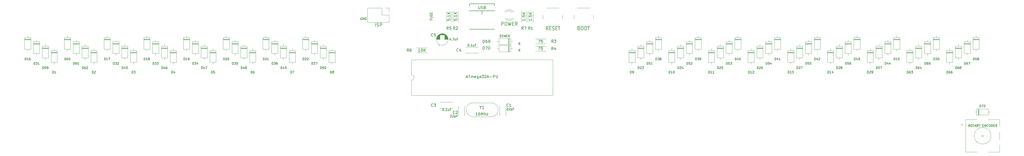
<source format=gbr>
G04 #@! TF.GenerationSoftware,KiCad,Pcbnew,(5.1.6)-1*
G04 #@! TF.CreationDate,2021-01-23T12:11:55-06:00*
G04 #@! TF.ProjectId,basketweave,6261736b-6574-4776-9561-76652e6b6963,rev?*
G04 #@! TF.SameCoordinates,Original*
G04 #@! TF.FileFunction,Legend,Top*
G04 #@! TF.FilePolarity,Positive*
%FSLAX46Y46*%
G04 Gerber Fmt 4.6, Leading zero omitted, Abs format (unit mm)*
G04 Created by KiCad (PCBNEW (5.1.6)-1) date 2021-01-23 12:11:55*
%MOMM*%
%LPD*%
G01*
G04 APERTURE LIST*
%ADD10C,0.150000*%
%ADD11C,0.120000*%
%ADD12C,0.200000*%
G04 APERTURE END LIST*
D10*
X205581476Y-91255904D02*
X206114809Y-91255904D01*
X205581476Y-92055904D01*
X206114809Y-92055904D01*
X206419571Y-91636857D02*
X206686238Y-91636857D01*
X206800523Y-92055904D02*
X206419571Y-92055904D01*
X206419571Y-91255904D01*
X206800523Y-91255904D01*
X207143380Y-92055904D02*
X207143380Y-91255904D01*
X207600523Y-92055904D01*
X207600523Y-91255904D01*
X207981476Y-91636857D02*
X208248142Y-91636857D01*
X208362428Y-92055904D02*
X207981476Y-92055904D01*
X207981476Y-91255904D01*
X208362428Y-91255904D01*
X209162428Y-92055904D02*
X208895761Y-91674952D01*
X208705285Y-92055904D02*
X208705285Y-91255904D01*
X209010047Y-91255904D01*
X209086238Y-91294000D01*
X209124333Y-91332095D01*
X209162428Y-91408285D01*
X209162428Y-91522571D01*
X209124333Y-91598761D01*
X209086238Y-91636857D01*
X209010047Y-91674952D01*
X208705285Y-91674952D01*
X155949726Y-85039250D02*
X155873535Y-85001154D01*
X155759250Y-85001154D01*
X155644964Y-85039250D01*
X155568773Y-85115440D01*
X155530678Y-85191630D01*
X155492583Y-85344011D01*
X155492583Y-85458297D01*
X155530678Y-85610678D01*
X155568773Y-85686869D01*
X155644964Y-85763059D01*
X155759250Y-85801154D01*
X155835440Y-85801154D01*
X155949726Y-85763059D01*
X155987821Y-85724964D01*
X155987821Y-85458297D01*
X155835440Y-85458297D01*
X156330678Y-85801154D02*
X156330678Y-85001154D01*
X156787821Y-85801154D01*
X156787821Y-85001154D01*
X157168773Y-85801154D02*
X157168773Y-85001154D01*
X157359250Y-85001154D01*
X157473535Y-85039250D01*
X157549726Y-85115440D01*
X157587821Y-85191630D01*
X157625916Y-85344011D01*
X157625916Y-85458297D01*
X157587821Y-85610678D01*
X157549726Y-85686869D01*
X157473535Y-85763059D01*
X157359250Y-85801154D01*
X157168773Y-85801154D01*
D11*
X377229000Y-118006000D02*
X377229000Y-120246000D01*
X377229000Y-120246000D02*
X381469000Y-120246000D01*
X381469000Y-120246000D02*
X381469000Y-118006000D01*
X381469000Y-118006000D02*
X377229000Y-118006000D01*
X376579000Y-119126000D02*
X377229000Y-119126000D01*
X382119000Y-119126000D02*
X381469000Y-119126000D01*
X377949000Y-118006000D02*
X377949000Y-120246000D01*
X378069000Y-118006000D02*
X378069000Y-120246000D01*
X377829000Y-118006000D02*
X377829000Y-120246000D01*
X210633750Y-83057500D02*
X210633750Y-82901500D01*
X210633750Y-85373500D02*
X210633750Y-85217500D01*
X208032620Y-83057663D02*
G75*
G02*
X210114711Y-83057500I1041130J-1079837D01*
G01*
X208032620Y-85217337D02*
G75*
G03*
X210114711Y-85217500I1041130J1079837D01*
G01*
X207401415Y-83058892D02*
G75*
G02*
X210633750Y-82901984I1672335J-1078608D01*
G01*
X207401415Y-85216108D02*
G75*
G03*
X210633750Y-85373016I1672335J1078608D01*
G01*
D10*
X203856250Y-82550000D02*
X194606250Y-82550000D01*
X203706250Y-89210000D02*
X194756250Y-89210000D01*
X194751250Y-80800000D02*
X194756250Y-80040000D01*
X203706250Y-80040000D02*
X194756250Y-80040000D01*
X203706250Y-80040000D02*
X203711250Y-80800000D01*
X199231250Y-82550000D02*
X199231250Y-83820000D01*
D11*
X228206250Y-85550000D02*
X228206250Y-84050000D01*
X226956250Y-81550000D02*
X222456250Y-81550000D01*
X221206250Y-84050000D02*
X221206250Y-85550000D01*
X222456250Y-88050000D02*
X226956250Y-88050000D01*
X239318750Y-85550000D02*
X239318750Y-84050000D01*
X238068750Y-81550000D02*
X233568750Y-81550000D01*
X232318750Y-84050000D02*
X232318750Y-85550000D01*
X233568750Y-88050000D02*
X238068750Y-88050000D01*
X158023250Y-81517511D02*
X158023250Y-86717511D01*
X163163250Y-81517511D02*
X158023250Y-81517511D01*
X165763250Y-86717511D02*
X158023250Y-86717511D01*
X163163250Y-81517511D02*
X163163250Y-84117511D01*
X163163250Y-84117511D02*
X165763250Y-84117511D01*
X165763250Y-84117511D02*
X165763250Y-86717511D01*
X164433250Y-81517511D02*
X165763250Y-81517511D01*
X165763250Y-81517511D02*
X165763250Y-82847511D01*
X173803000Y-107680000D02*
X173803000Y-113140000D01*
X173803000Y-113140000D02*
X224723000Y-113140000D01*
X224723000Y-113140000D02*
X224723000Y-100220000D01*
X224723000Y-100220000D02*
X173803000Y-100220000D01*
X173803000Y-100220000D02*
X173803000Y-105680000D01*
X173803000Y-105680000D02*
G75*
G02*
X173803000Y-107680000I0J-1000000D01*
G01*
X197890000Y-97812250D02*
X193350000Y-97812250D01*
X197890000Y-95672250D02*
X193350000Y-95672250D01*
X197890000Y-97812250D02*
X197890000Y-97797250D01*
X197890000Y-95687250D02*
X197890000Y-95672250D01*
X193350000Y-97812250D02*
X193350000Y-97797250D01*
X193350000Y-95687250D02*
X193350000Y-95672250D01*
X209574500Y-94750750D02*
X209574500Y-92510750D01*
X209574500Y-92510750D02*
X205334500Y-92510750D01*
X205334500Y-92510750D02*
X205334500Y-94750750D01*
X205334500Y-94750750D02*
X209574500Y-94750750D01*
X210224500Y-93630750D02*
X209574500Y-93630750D01*
X204684500Y-93630750D02*
X205334500Y-93630750D01*
X208854500Y-94750750D02*
X208854500Y-92510750D01*
X208734500Y-94750750D02*
X208734500Y-92510750D01*
X208974500Y-94750750D02*
X208974500Y-92510750D01*
X188245000Y-82689000D02*
X188245000Y-86529000D01*
X186405000Y-82689000D02*
X186405000Y-86529000D01*
X190626250Y-82689000D02*
X190626250Y-86529000D01*
X188786250Y-82689000D02*
X188786250Y-86529000D01*
X207812500Y-117200250D02*
X207812500Y-120440250D01*
X205572500Y-117200250D02*
X205572500Y-120440250D01*
X207812500Y-117200250D02*
X207747500Y-117200250D01*
X205637500Y-117200250D02*
X205572500Y-117200250D01*
X207812500Y-120440250D02*
X207747500Y-120440250D01*
X205637500Y-120440250D02*
X205572500Y-120440250D01*
X213392500Y-86597250D02*
X213392500Y-82757250D01*
X215232500Y-86597250D02*
X215232500Y-82757250D01*
X222265000Y-97154250D02*
X218425000Y-97154250D01*
X222265000Y-95314250D02*
X218425000Y-95314250D01*
X222265000Y-94519000D02*
X218425000Y-94519000D01*
X222265000Y-92679000D02*
X218425000Y-92679000D01*
X209574500Y-97354250D02*
X209574500Y-95114250D01*
X209574500Y-95114250D02*
X205334500Y-95114250D01*
X205334500Y-95114250D02*
X205334500Y-97354250D01*
X205334500Y-97354250D02*
X209574500Y-97354250D01*
X210224500Y-96234250D02*
X209574500Y-96234250D01*
X204684500Y-96234250D02*
X205334500Y-96234250D01*
X208854500Y-97354250D02*
X208854500Y-95114250D01*
X208734500Y-97354250D02*
X208734500Y-95114250D01*
X208974500Y-97354250D02*
X208974500Y-95114250D01*
X188682500Y-117751250D02*
X184142500Y-117751250D01*
X188682500Y-115611250D02*
X184142500Y-115611250D01*
X188682500Y-117751250D02*
X188682500Y-117736250D01*
X188682500Y-115626250D02*
X188682500Y-115611250D01*
X184142500Y-117751250D02*
X184142500Y-117736250D01*
X184142500Y-115626250D02*
X184142500Y-115611250D01*
X192953500Y-117105000D02*
X192953500Y-120345000D01*
X190713500Y-117105000D02*
X190713500Y-120345000D01*
X192953500Y-117105000D02*
X192888500Y-117105000D01*
X190778500Y-117105000D02*
X190713500Y-117105000D01*
X192953500Y-120345000D02*
X192888500Y-120345000D01*
X190778500Y-120345000D02*
X190713500Y-120345000D01*
X202499500Y-120857250D02*
X196099500Y-120857250D01*
X202499500Y-115807250D02*
X196099500Y-115807250D01*
X202499500Y-115807250D02*
G75*
G02*
X202499500Y-120857250I0J-2525000D01*
G01*
X196099500Y-115807250D02*
G75*
G03*
X196099500Y-120857250I0J-2525000D01*
G01*
X382412500Y-127750000D02*
G75*
G03*
X382412500Y-127750000I-3000000J0D01*
G01*
X381412500Y-121850000D02*
X385512500Y-121850000D01*
X385512500Y-133650000D02*
X381412500Y-133650000D01*
X377412500Y-133650000D02*
X373312500Y-133650000D01*
X377412500Y-121850000D02*
X373312500Y-121850000D01*
X373312500Y-121850000D02*
X373312500Y-133650000D01*
X371912500Y-123950000D02*
X371612500Y-123650000D01*
X371612500Y-123650000D02*
X372212500Y-123650000D01*
X372212500Y-123650000D02*
X371912500Y-123950000D01*
X385512500Y-121850000D02*
X385512500Y-124250000D01*
X385512500Y-126450000D02*
X385512500Y-129050000D01*
X385512500Y-131250000D02*
X385512500Y-133650000D01*
X379412500Y-127250000D02*
X379412500Y-128250000D01*
X378912500Y-127750000D02*
X379912500Y-127750000D01*
X260676250Y-94365000D02*
X258436250Y-94365000D01*
X260676250Y-94605000D02*
X258436250Y-94605000D01*
X260676250Y-94485000D02*
X258436250Y-94485000D01*
X259556250Y-98655000D02*
X259556250Y-98005000D01*
X259556250Y-93115000D02*
X259556250Y-93765000D01*
X260676250Y-98005000D02*
X260676250Y-93765000D01*
X258436250Y-98005000D02*
X260676250Y-98005000D01*
X258436250Y-93765000D02*
X258436250Y-98005000D01*
X260676250Y-93765000D02*
X258436250Y-93765000D01*
X117801250Y-97540000D02*
X115561250Y-97540000D01*
X117801250Y-97780000D02*
X115561250Y-97780000D01*
X117801250Y-97660000D02*
X115561250Y-97660000D01*
X116681250Y-101830000D02*
X116681250Y-101180000D01*
X116681250Y-96290000D02*
X116681250Y-96940000D01*
X117801250Y-101180000D02*
X117801250Y-96940000D01*
X115561250Y-101180000D02*
X117801250Y-101180000D01*
X115561250Y-96940000D02*
X115561250Y-101180000D01*
X117801250Y-96940000D02*
X115561250Y-96940000D01*
X128913750Y-95952500D02*
X126673750Y-95952500D01*
X128913750Y-96192500D02*
X126673750Y-96192500D01*
X128913750Y-96072500D02*
X126673750Y-96072500D01*
X127793750Y-100242500D02*
X127793750Y-99592500D01*
X127793750Y-94702500D02*
X127793750Y-95352500D01*
X128913750Y-99592500D02*
X128913750Y-95352500D01*
X126673750Y-99592500D02*
X128913750Y-99592500D01*
X126673750Y-95352500D02*
X126673750Y-99592500D01*
X128913750Y-95352500D02*
X126673750Y-95352500D01*
X217613750Y-82757250D02*
X217613750Y-86597250D01*
X215773750Y-82757250D02*
X215773750Y-86597250D01*
X371801250Y-95952500D02*
X369561250Y-95952500D01*
X371801250Y-96192500D02*
X369561250Y-96192500D01*
X371801250Y-96072500D02*
X369561250Y-96072500D01*
X370681250Y-100242500D02*
X370681250Y-99592500D01*
X370681250Y-94702500D02*
X370681250Y-95352500D01*
X371801250Y-99592500D02*
X371801250Y-95352500D01*
X369561250Y-99592500D02*
X371801250Y-99592500D01*
X369561250Y-95352500D02*
X369561250Y-99592500D01*
X371801250Y-95352500D02*
X369561250Y-95352500D01*
X374976250Y-94365000D02*
X372736250Y-94365000D01*
X374976250Y-94605000D02*
X372736250Y-94605000D01*
X374976250Y-94485000D02*
X372736250Y-94485000D01*
X373856250Y-98655000D02*
X373856250Y-98005000D01*
X373856250Y-93115000D02*
X373856250Y-93765000D01*
X374976250Y-98005000D02*
X374976250Y-93765000D01*
X372736250Y-98005000D02*
X374976250Y-98005000D01*
X372736250Y-93765000D02*
X372736250Y-98005000D01*
X374976250Y-93765000D02*
X372736250Y-93765000D01*
X368626250Y-97540000D02*
X366386250Y-97540000D01*
X368626250Y-97780000D02*
X366386250Y-97780000D01*
X368626250Y-97660000D02*
X366386250Y-97660000D01*
X367506250Y-101830000D02*
X367506250Y-101180000D01*
X367506250Y-96290000D02*
X367506250Y-96940000D01*
X368626250Y-101180000D02*
X368626250Y-96940000D01*
X366386250Y-101180000D02*
X368626250Y-101180000D01*
X366386250Y-96940000D02*
X366386250Y-101180000D01*
X368626250Y-96940000D02*
X366386250Y-96940000D01*
X360688750Y-94365000D02*
X358448750Y-94365000D01*
X360688750Y-94605000D02*
X358448750Y-94605000D01*
X360688750Y-94485000D02*
X358448750Y-94485000D01*
X359568750Y-98655000D02*
X359568750Y-98005000D01*
X359568750Y-93115000D02*
X359568750Y-93765000D01*
X360688750Y-98005000D02*
X360688750Y-93765000D01*
X358448750Y-98005000D02*
X360688750Y-98005000D01*
X358448750Y-93765000D02*
X358448750Y-98005000D01*
X360688750Y-93765000D02*
X358448750Y-93765000D01*
X357513750Y-95952500D02*
X355273750Y-95952500D01*
X357513750Y-96192500D02*
X355273750Y-96192500D01*
X357513750Y-96072500D02*
X355273750Y-96072500D01*
X356393750Y-100242500D02*
X356393750Y-99592500D01*
X356393750Y-94702500D02*
X356393750Y-95352500D01*
X357513750Y-99592500D02*
X357513750Y-95352500D01*
X355273750Y-99592500D02*
X357513750Y-99592500D01*
X355273750Y-95352500D02*
X355273750Y-99592500D01*
X357513750Y-95352500D02*
X355273750Y-95352500D01*
X354338750Y-97540000D02*
X352098750Y-97540000D01*
X354338750Y-97780000D02*
X352098750Y-97780000D01*
X354338750Y-97660000D02*
X352098750Y-97660000D01*
X353218750Y-101830000D02*
X353218750Y-101180000D01*
X353218750Y-96290000D02*
X353218750Y-96940000D01*
X354338750Y-101180000D02*
X354338750Y-96940000D01*
X352098750Y-101180000D02*
X354338750Y-101180000D01*
X352098750Y-96940000D02*
X352098750Y-101180000D01*
X354338750Y-96940000D02*
X352098750Y-96940000D01*
X57476250Y-95952500D02*
X55236250Y-95952500D01*
X57476250Y-96192500D02*
X55236250Y-96192500D01*
X57476250Y-96072500D02*
X55236250Y-96072500D01*
X56356250Y-100242500D02*
X56356250Y-99592500D01*
X56356250Y-94702500D02*
X56356250Y-95352500D01*
X57476250Y-99592500D02*
X57476250Y-95352500D01*
X55236250Y-99592500D02*
X57476250Y-99592500D01*
X55236250Y-95352500D02*
X55236250Y-99592500D01*
X57476250Y-95352500D02*
X55236250Y-95352500D01*
X54301250Y-94365000D02*
X52061250Y-94365000D01*
X54301250Y-94605000D02*
X52061250Y-94605000D01*
X54301250Y-94485000D02*
X52061250Y-94485000D01*
X53181250Y-98655000D02*
X53181250Y-98005000D01*
X53181250Y-93115000D02*
X53181250Y-93765000D01*
X54301250Y-98005000D02*
X54301250Y-93765000D01*
X52061250Y-98005000D02*
X54301250Y-98005000D01*
X52061250Y-93765000D02*
X52061250Y-98005000D01*
X54301250Y-93765000D02*
X52061250Y-93765000D01*
X51126250Y-92777500D02*
X48886250Y-92777500D01*
X51126250Y-93017500D02*
X48886250Y-93017500D01*
X51126250Y-92897500D02*
X48886250Y-92897500D01*
X50006250Y-97067500D02*
X50006250Y-96417500D01*
X50006250Y-91527500D02*
X50006250Y-92177500D01*
X51126250Y-96417500D02*
X51126250Y-92177500D01*
X48886250Y-96417500D02*
X51126250Y-96417500D01*
X48886250Y-92177500D02*
X48886250Y-96417500D01*
X51126250Y-92177500D02*
X48886250Y-92177500D01*
X43188750Y-95952500D02*
X40948750Y-95952500D01*
X43188750Y-96192500D02*
X40948750Y-96192500D01*
X43188750Y-96072500D02*
X40948750Y-96072500D01*
X42068750Y-100242500D02*
X42068750Y-99592500D01*
X42068750Y-94702500D02*
X42068750Y-95352500D01*
X43188750Y-99592500D02*
X43188750Y-95352500D01*
X40948750Y-99592500D02*
X43188750Y-99592500D01*
X40948750Y-95352500D02*
X40948750Y-99592500D01*
X43188750Y-95352500D02*
X40948750Y-95352500D01*
X378151250Y-92777500D02*
X375911250Y-92777500D01*
X378151250Y-93017500D02*
X375911250Y-93017500D01*
X378151250Y-92897500D02*
X375911250Y-92897500D01*
X377031250Y-97067500D02*
X377031250Y-96417500D01*
X377031250Y-91527500D02*
X377031250Y-92177500D01*
X378151250Y-96417500D02*
X378151250Y-92177500D01*
X375911250Y-96417500D02*
X378151250Y-96417500D01*
X375911250Y-92177500D02*
X375911250Y-96417500D01*
X378151250Y-92177500D02*
X375911250Y-92177500D01*
X343226250Y-95952500D02*
X340986250Y-95952500D01*
X343226250Y-96192500D02*
X340986250Y-96192500D01*
X343226250Y-96072500D02*
X340986250Y-96072500D01*
X342106250Y-100242500D02*
X342106250Y-99592500D01*
X342106250Y-94702500D02*
X342106250Y-95352500D01*
X343226250Y-99592500D02*
X343226250Y-95352500D01*
X340986250Y-99592500D02*
X343226250Y-99592500D01*
X340986250Y-95352500D02*
X340986250Y-99592500D01*
X343226250Y-95352500D02*
X340986250Y-95352500D01*
X332113750Y-94365000D02*
X329873750Y-94365000D01*
X332113750Y-94605000D02*
X329873750Y-94605000D01*
X332113750Y-94485000D02*
X329873750Y-94485000D01*
X330993750Y-98655000D02*
X330993750Y-98005000D01*
X330993750Y-93115000D02*
X330993750Y-93765000D01*
X332113750Y-98005000D02*
X332113750Y-93765000D01*
X329873750Y-98005000D02*
X332113750Y-98005000D01*
X329873750Y-93765000D02*
X329873750Y-98005000D01*
X332113750Y-93765000D02*
X329873750Y-93765000D01*
X317826250Y-94365000D02*
X315586250Y-94365000D01*
X317826250Y-94605000D02*
X315586250Y-94605000D01*
X317826250Y-94485000D02*
X315586250Y-94485000D01*
X316706250Y-98655000D02*
X316706250Y-98005000D01*
X316706250Y-93115000D02*
X316706250Y-93765000D01*
X317826250Y-98005000D02*
X317826250Y-93765000D01*
X315586250Y-98005000D02*
X317826250Y-98005000D01*
X315586250Y-93765000D02*
X315586250Y-98005000D01*
X317826250Y-93765000D02*
X315586250Y-93765000D01*
X303538750Y-94365000D02*
X301298750Y-94365000D01*
X303538750Y-94605000D02*
X301298750Y-94605000D01*
X303538750Y-94485000D02*
X301298750Y-94485000D01*
X302418750Y-98655000D02*
X302418750Y-98005000D01*
X302418750Y-93115000D02*
X302418750Y-93765000D01*
X303538750Y-98005000D02*
X303538750Y-93765000D01*
X301298750Y-98005000D02*
X303538750Y-98005000D01*
X301298750Y-93765000D02*
X301298750Y-98005000D01*
X303538750Y-93765000D02*
X301298750Y-93765000D01*
X289251250Y-94365000D02*
X287011250Y-94365000D01*
X289251250Y-94605000D02*
X287011250Y-94605000D01*
X289251250Y-94485000D02*
X287011250Y-94485000D01*
X288131250Y-98655000D02*
X288131250Y-98005000D01*
X288131250Y-93115000D02*
X288131250Y-93765000D01*
X289251250Y-98005000D02*
X289251250Y-93765000D01*
X287011250Y-98005000D02*
X289251250Y-98005000D01*
X287011250Y-93765000D02*
X287011250Y-98005000D01*
X289251250Y-93765000D02*
X287011250Y-93765000D01*
X274963750Y-94365000D02*
X272723750Y-94365000D01*
X274963750Y-94605000D02*
X272723750Y-94605000D01*
X274963750Y-94485000D02*
X272723750Y-94485000D01*
X273843750Y-98655000D02*
X273843750Y-98005000D01*
X273843750Y-93115000D02*
X273843750Y-93765000D01*
X274963750Y-98005000D02*
X274963750Y-93765000D01*
X272723750Y-98005000D02*
X274963750Y-98005000D01*
X272723750Y-93765000D02*
X272723750Y-98005000D01*
X274963750Y-93765000D02*
X272723750Y-93765000D01*
X143201250Y-95952500D02*
X140961250Y-95952500D01*
X143201250Y-96192500D02*
X140961250Y-96192500D01*
X143201250Y-96072500D02*
X140961250Y-96072500D01*
X142081250Y-100242500D02*
X142081250Y-99592500D01*
X142081250Y-94702500D02*
X142081250Y-95352500D01*
X143201250Y-99592500D02*
X143201250Y-95352500D01*
X140961250Y-99592500D02*
X143201250Y-99592500D01*
X140961250Y-95352500D02*
X140961250Y-99592500D01*
X143201250Y-95352500D02*
X140961250Y-95352500D01*
X114626250Y-95352500D02*
X112386250Y-95352500D01*
X112386250Y-95352500D02*
X112386250Y-99592500D01*
X112386250Y-99592500D02*
X114626250Y-99592500D01*
X114626250Y-99592500D02*
X114626250Y-95352500D01*
X113506250Y-94702500D02*
X113506250Y-95352500D01*
X113506250Y-100242500D02*
X113506250Y-99592500D01*
X114626250Y-96072500D02*
X112386250Y-96072500D01*
X114626250Y-96192500D02*
X112386250Y-96192500D01*
X114626250Y-95952500D02*
X112386250Y-95952500D01*
X100338750Y-95952500D02*
X98098750Y-95952500D01*
X100338750Y-96192500D02*
X98098750Y-96192500D01*
X100338750Y-96072500D02*
X98098750Y-96072500D01*
X99218750Y-100242500D02*
X99218750Y-99592500D01*
X99218750Y-94702500D02*
X99218750Y-95352500D01*
X100338750Y-99592500D02*
X100338750Y-95352500D01*
X98098750Y-99592500D02*
X100338750Y-99592500D01*
X98098750Y-95352500D02*
X98098750Y-99592500D01*
X100338750Y-95352500D02*
X98098750Y-95352500D01*
X86051250Y-95952500D02*
X83811250Y-95952500D01*
X86051250Y-96192500D02*
X83811250Y-96192500D01*
X86051250Y-96072500D02*
X83811250Y-96072500D01*
X84931250Y-100242500D02*
X84931250Y-99592500D01*
X84931250Y-94702500D02*
X84931250Y-95352500D01*
X86051250Y-99592500D02*
X86051250Y-95352500D01*
X83811250Y-99592500D02*
X86051250Y-99592500D01*
X83811250Y-95352500D02*
X83811250Y-99592500D01*
X86051250Y-95352500D02*
X83811250Y-95352500D01*
X71763750Y-95952500D02*
X69523750Y-95952500D01*
X71763750Y-96192500D02*
X69523750Y-96192500D01*
X71763750Y-96072500D02*
X69523750Y-96072500D01*
X70643750Y-100242500D02*
X70643750Y-99592500D01*
X70643750Y-94702500D02*
X70643750Y-95352500D01*
X71763750Y-99592500D02*
X71763750Y-95352500D01*
X69523750Y-99592500D02*
X71763750Y-99592500D01*
X69523750Y-95352500D02*
X69523750Y-99592500D01*
X71763750Y-95352500D02*
X69523750Y-95352500D01*
X346401250Y-94365000D02*
X344161250Y-94365000D01*
X346401250Y-94605000D02*
X344161250Y-94605000D01*
X346401250Y-94485000D02*
X344161250Y-94485000D01*
X345281250Y-98655000D02*
X345281250Y-98005000D01*
X345281250Y-93115000D02*
X345281250Y-93765000D01*
X346401250Y-98005000D02*
X346401250Y-93765000D01*
X344161250Y-98005000D02*
X346401250Y-98005000D01*
X344161250Y-93765000D02*
X344161250Y-98005000D01*
X346401250Y-93765000D02*
X344161250Y-93765000D01*
X335288750Y-92777500D02*
X333048750Y-92777500D01*
X335288750Y-93017500D02*
X333048750Y-93017500D01*
X335288750Y-92897500D02*
X333048750Y-92897500D01*
X334168750Y-97067500D02*
X334168750Y-96417500D01*
X334168750Y-91527500D02*
X334168750Y-92177500D01*
X335288750Y-96417500D02*
X335288750Y-92177500D01*
X333048750Y-96417500D02*
X335288750Y-96417500D01*
X333048750Y-92177500D02*
X333048750Y-96417500D01*
X335288750Y-92177500D02*
X333048750Y-92177500D01*
X321001250Y-92777500D02*
X318761250Y-92777500D01*
X321001250Y-93017500D02*
X318761250Y-93017500D01*
X321001250Y-92897500D02*
X318761250Y-92897500D01*
X319881250Y-97067500D02*
X319881250Y-96417500D01*
X319881250Y-91527500D02*
X319881250Y-92177500D01*
X321001250Y-96417500D02*
X321001250Y-92177500D01*
X318761250Y-96417500D02*
X321001250Y-96417500D01*
X318761250Y-92177500D02*
X318761250Y-96417500D01*
X321001250Y-92177500D02*
X318761250Y-92177500D01*
X306713750Y-92777500D02*
X304473750Y-92777500D01*
X306713750Y-93017500D02*
X304473750Y-93017500D01*
X306713750Y-92897500D02*
X304473750Y-92897500D01*
X305593750Y-97067500D02*
X305593750Y-96417500D01*
X305593750Y-91527500D02*
X305593750Y-92177500D01*
X306713750Y-96417500D02*
X306713750Y-92177500D01*
X304473750Y-96417500D02*
X306713750Y-96417500D01*
X304473750Y-92177500D02*
X304473750Y-96417500D01*
X306713750Y-92177500D02*
X304473750Y-92177500D01*
X292426250Y-92777500D02*
X290186250Y-92777500D01*
X292426250Y-93017500D02*
X290186250Y-93017500D01*
X292426250Y-92897500D02*
X290186250Y-92897500D01*
X291306250Y-97067500D02*
X291306250Y-96417500D01*
X291306250Y-91527500D02*
X291306250Y-92177500D01*
X292426250Y-96417500D02*
X292426250Y-92177500D01*
X290186250Y-96417500D02*
X292426250Y-96417500D01*
X290186250Y-92177500D02*
X290186250Y-96417500D01*
X292426250Y-92177500D02*
X290186250Y-92177500D01*
X278138750Y-92777500D02*
X275898750Y-92777500D01*
X278138750Y-93017500D02*
X275898750Y-93017500D01*
X278138750Y-92897500D02*
X275898750Y-92897500D01*
X277018750Y-97067500D02*
X277018750Y-96417500D01*
X277018750Y-91527500D02*
X277018750Y-92177500D01*
X278138750Y-96417500D02*
X278138750Y-92177500D01*
X275898750Y-96417500D02*
X278138750Y-96417500D01*
X275898750Y-92177500D02*
X275898750Y-96417500D01*
X278138750Y-92177500D02*
X275898750Y-92177500D01*
X263851250Y-92777500D02*
X261611250Y-92777500D01*
X263851250Y-93017500D02*
X261611250Y-93017500D01*
X263851250Y-92897500D02*
X261611250Y-92897500D01*
X262731250Y-97067500D02*
X262731250Y-96417500D01*
X262731250Y-91527500D02*
X262731250Y-92177500D01*
X263851250Y-96417500D02*
X263851250Y-92177500D01*
X261611250Y-96417500D02*
X263851250Y-96417500D01*
X261611250Y-92177500D02*
X261611250Y-96417500D01*
X263851250Y-92177500D02*
X261611250Y-92177500D01*
X140026250Y-94365000D02*
X137786250Y-94365000D01*
X140026250Y-94605000D02*
X137786250Y-94605000D01*
X140026250Y-94485000D02*
X137786250Y-94485000D01*
X138906250Y-98655000D02*
X138906250Y-98005000D01*
X138906250Y-93115000D02*
X138906250Y-93765000D01*
X140026250Y-98005000D02*
X140026250Y-93765000D01*
X137786250Y-98005000D02*
X140026250Y-98005000D01*
X137786250Y-93765000D02*
X137786250Y-98005000D01*
X140026250Y-93765000D02*
X137786250Y-93765000D01*
X125738750Y-94365000D02*
X123498750Y-94365000D01*
X125738750Y-94605000D02*
X123498750Y-94605000D01*
X125738750Y-94485000D02*
X123498750Y-94485000D01*
X124618750Y-98655000D02*
X124618750Y-98005000D01*
X124618750Y-93115000D02*
X124618750Y-93765000D01*
X125738750Y-98005000D02*
X125738750Y-93765000D01*
X123498750Y-98005000D02*
X125738750Y-98005000D01*
X123498750Y-93765000D02*
X123498750Y-98005000D01*
X125738750Y-93765000D02*
X123498750Y-93765000D01*
X111451250Y-94365000D02*
X109211250Y-94365000D01*
X111451250Y-94605000D02*
X109211250Y-94605000D01*
X111451250Y-94485000D02*
X109211250Y-94485000D01*
X110331250Y-98655000D02*
X110331250Y-98005000D01*
X110331250Y-93115000D02*
X110331250Y-93765000D01*
X111451250Y-98005000D02*
X111451250Y-93765000D01*
X109211250Y-98005000D02*
X111451250Y-98005000D01*
X109211250Y-93765000D02*
X109211250Y-98005000D01*
X111451250Y-93765000D02*
X109211250Y-93765000D01*
X97163750Y-94365000D02*
X94923750Y-94365000D01*
X97163750Y-94605000D02*
X94923750Y-94605000D01*
X97163750Y-94485000D02*
X94923750Y-94485000D01*
X96043750Y-98655000D02*
X96043750Y-98005000D01*
X96043750Y-93115000D02*
X96043750Y-93765000D01*
X97163750Y-98005000D02*
X97163750Y-93765000D01*
X94923750Y-98005000D02*
X97163750Y-98005000D01*
X94923750Y-93765000D02*
X94923750Y-98005000D01*
X97163750Y-93765000D02*
X94923750Y-93765000D01*
X82876250Y-94365000D02*
X80636250Y-94365000D01*
X82876250Y-94605000D02*
X80636250Y-94605000D01*
X82876250Y-94485000D02*
X80636250Y-94485000D01*
X81756250Y-98655000D02*
X81756250Y-98005000D01*
X81756250Y-93115000D02*
X81756250Y-93765000D01*
X82876250Y-98005000D02*
X82876250Y-93765000D01*
X80636250Y-98005000D02*
X82876250Y-98005000D01*
X80636250Y-93765000D02*
X80636250Y-98005000D01*
X82876250Y-93765000D02*
X80636250Y-93765000D01*
X68588750Y-94365000D02*
X66348750Y-94365000D01*
X68588750Y-94605000D02*
X66348750Y-94605000D01*
X68588750Y-94485000D02*
X66348750Y-94485000D01*
X67468750Y-98655000D02*
X67468750Y-98005000D01*
X67468750Y-93115000D02*
X67468750Y-93765000D01*
X68588750Y-98005000D02*
X68588750Y-93765000D01*
X66348750Y-98005000D02*
X68588750Y-98005000D01*
X66348750Y-93765000D02*
X66348750Y-98005000D01*
X68588750Y-93765000D02*
X66348750Y-93765000D01*
X40013750Y-94365000D02*
X37773750Y-94365000D01*
X40013750Y-94605000D02*
X37773750Y-94605000D01*
X40013750Y-94485000D02*
X37773750Y-94485000D01*
X38893750Y-98655000D02*
X38893750Y-98005000D01*
X38893750Y-93115000D02*
X38893750Y-93765000D01*
X40013750Y-98005000D02*
X40013750Y-93765000D01*
X37773750Y-98005000D02*
X40013750Y-98005000D01*
X37773750Y-93765000D02*
X37773750Y-98005000D01*
X40013750Y-93765000D02*
X37773750Y-93765000D01*
X363863750Y-92777500D02*
X361623750Y-92777500D01*
X363863750Y-93017500D02*
X361623750Y-93017500D01*
X363863750Y-92897500D02*
X361623750Y-92897500D01*
X362743750Y-97067500D02*
X362743750Y-96417500D01*
X362743750Y-91527500D02*
X362743750Y-92177500D01*
X363863750Y-96417500D02*
X363863750Y-92177500D01*
X361623750Y-96417500D02*
X363863750Y-96417500D01*
X361623750Y-92177500D02*
X361623750Y-96417500D01*
X363863750Y-92177500D02*
X361623750Y-92177500D01*
X340051250Y-97540000D02*
X337811250Y-97540000D01*
X340051250Y-97780000D02*
X337811250Y-97780000D01*
X340051250Y-97660000D02*
X337811250Y-97660000D01*
X338931250Y-101830000D02*
X338931250Y-101180000D01*
X338931250Y-96290000D02*
X338931250Y-96940000D01*
X340051250Y-101180000D02*
X340051250Y-96940000D01*
X337811250Y-101180000D02*
X340051250Y-101180000D01*
X337811250Y-96940000D02*
X337811250Y-101180000D01*
X340051250Y-96940000D02*
X337811250Y-96940000D01*
X328938750Y-95952500D02*
X326698750Y-95952500D01*
X328938750Y-96192500D02*
X326698750Y-96192500D01*
X328938750Y-96072500D02*
X326698750Y-96072500D01*
X327818750Y-100242500D02*
X327818750Y-99592500D01*
X327818750Y-94702500D02*
X327818750Y-95352500D01*
X328938750Y-99592500D02*
X328938750Y-95352500D01*
X326698750Y-99592500D02*
X328938750Y-99592500D01*
X326698750Y-95352500D02*
X326698750Y-99592500D01*
X328938750Y-95352500D02*
X326698750Y-95352500D01*
X314651250Y-95952500D02*
X312411250Y-95952500D01*
X314651250Y-96192500D02*
X312411250Y-96192500D01*
X314651250Y-96072500D02*
X312411250Y-96072500D01*
X313531250Y-100242500D02*
X313531250Y-99592500D01*
X313531250Y-94702500D02*
X313531250Y-95352500D01*
X314651250Y-99592500D02*
X314651250Y-95352500D01*
X312411250Y-99592500D02*
X314651250Y-99592500D01*
X312411250Y-95352500D02*
X312411250Y-99592500D01*
X314651250Y-95352500D02*
X312411250Y-95352500D01*
X300363750Y-95952500D02*
X298123750Y-95952500D01*
X300363750Y-96192500D02*
X298123750Y-96192500D01*
X300363750Y-96072500D02*
X298123750Y-96072500D01*
X299243750Y-100242500D02*
X299243750Y-99592500D01*
X299243750Y-94702500D02*
X299243750Y-95352500D01*
X300363750Y-99592500D02*
X300363750Y-95352500D01*
X298123750Y-99592500D02*
X300363750Y-99592500D01*
X298123750Y-95352500D02*
X298123750Y-99592500D01*
X300363750Y-95352500D02*
X298123750Y-95352500D01*
X286076250Y-95952500D02*
X283836250Y-95952500D01*
X286076250Y-96192500D02*
X283836250Y-96192500D01*
X286076250Y-96072500D02*
X283836250Y-96072500D01*
X284956250Y-100242500D02*
X284956250Y-99592500D01*
X284956250Y-94702500D02*
X284956250Y-95352500D01*
X286076250Y-99592500D02*
X286076250Y-95352500D01*
X283836250Y-99592500D02*
X286076250Y-99592500D01*
X283836250Y-95352500D02*
X283836250Y-99592500D01*
X286076250Y-95352500D02*
X283836250Y-95352500D01*
X271788750Y-95952500D02*
X269548750Y-95952500D01*
X271788750Y-96192500D02*
X269548750Y-96192500D01*
X271788750Y-96072500D02*
X269548750Y-96072500D01*
X270668750Y-100242500D02*
X270668750Y-99592500D01*
X270668750Y-94702500D02*
X270668750Y-95352500D01*
X271788750Y-99592500D02*
X271788750Y-95352500D01*
X269548750Y-99592500D02*
X271788750Y-99592500D01*
X269548750Y-95352500D02*
X269548750Y-99592500D01*
X271788750Y-95352500D02*
X269548750Y-95352500D01*
X257501250Y-95952500D02*
X255261250Y-95952500D01*
X257501250Y-96192500D02*
X255261250Y-96192500D01*
X257501250Y-96072500D02*
X255261250Y-96072500D01*
X256381250Y-100242500D02*
X256381250Y-99592500D01*
X256381250Y-94702500D02*
X256381250Y-95352500D01*
X257501250Y-99592500D02*
X257501250Y-95352500D01*
X255261250Y-99592500D02*
X257501250Y-99592500D01*
X255261250Y-95352500D02*
X255261250Y-99592500D01*
X257501250Y-95352500D02*
X255261250Y-95352500D01*
X136851250Y-92777500D02*
X134611250Y-92777500D01*
X136851250Y-93017500D02*
X134611250Y-93017500D01*
X136851250Y-92897500D02*
X134611250Y-92897500D01*
X135731250Y-97067500D02*
X135731250Y-96417500D01*
X135731250Y-91527500D02*
X135731250Y-92177500D01*
X136851250Y-96417500D02*
X136851250Y-92177500D01*
X134611250Y-96417500D02*
X136851250Y-96417500D01*
X134611250Y-92177500D02*
X134611250Y-96417500D01*
X136851250Y-92177500D02*
X134611250Y-92177500D01*
X122563750Y-92777500D02*
X120323750Y-92777500D01*
X122563750Y-93017500D02*
X120323750Y-93017500D01*
X122563750Y-92897500D02*
X120323750Y-92897500D01*
X121443750Y-97067500D02*
X121443750Y-96417500D01*
X121443750Y-91527500D02*
X121443750Y-92177500D01*
X122563750Y-96417500D02*
X122563750Y-92177500D01*
X120323750Y-96417500D02*
X122563750Y-96417500D01*
X120323750Y-92177500D02*
X120323750Y-96417500D01*
X122563750Y-92177500D02*
X120323750Y-92177500D01*
X108276250Y-92777500D02*
X106036250Y-92777500D01*
X108276250Y-93017500D02*
X106036250Y-93017500D01*
X108276250Y-92897500D02*
X106036250Y-92897500D01*
X107156250Y-97067500D02*
X107156250Y-96417500D01*
X107156250Y-91527500D02*
X107156250Y-92177500D01*
X108276250Y-96417500D02*
X108276250Y-92177500D01*
X106036250Y-96417500D02*
X108276250Y-96417500D01*
X106036250Y-92177500D02*
X106036250Y-96417500D01*
X108276250Y-92177500D02*
X106036250Y-92177500D01*
X93988750Y-92777500D02*
X91748750Y-92777500D01*
X93988750Y-93017500D02*
X91748750Y-93017500D01*
X93988750Y-92897500D02*
X91748750Y-92897500D01*
X92868750Y-97067500D02*
X92868750Y-96417500D01*
X92868750Y-91527500D02*
X92868750Y-92177500D01*
X93988750Y-96417500D02*
X93988750Y-92177500D01*
X91748750Y-96417500D02*
X93988750Y-96417500D01*
X91748750Y-92177500D02*
X91748750Y-96417500D01*
X93988750Y-92177500D02*
X91748750Y-92177500D01*
X79701250Y-92777500D02*
X77461250Y-92777500D01*
X79701250Y-93017500D02*
X77461250Y-93017500D01*
X79701250Y-92897500D02*
X77461250Y-92897500D01*
X78581250Y-97067500D02*
X78581250Y-96417500D01*
X78581250Y-91527500D02*
X78581250Y-92177500D01*
X79701250Y-96417500D02*
X79701250Y-92177500D01*
X77461250Y-96417500D02*
X79701250Y-96417500D01*
X77461250Y-92177500D02*
X77461250Y-96417500D01*
X79701250Y-92177500D02*
X77461250Y-92177500D01*
X65413750Y-92177500D02*
X63173750Y-92177500D01*
X63173750Y-92177500D02*
X63173750Y-96417500D01*
X63173750Y-96417500D02*
X65413750Y-96417500D01*
X65413750Y-96417500D02*
X65413750Y-92177500D01*
X64293750Y-91527500D02*
X64293750Y-92177500D01*
X64293750Y-97067500D02*
X64293750Y-96417500D01*
X65413750Y-92897500D02*
X63173750Y-92897500D01*
X65413750Y-93017500D02*
X63173750Y-93017500D01*
X65413750Y-92777500D02*
X63173750Y-92777500D01*
X36838750Y-92177500D02*
X34598750Y-92177500D01*
X34598750Y-92177500D02*
X34598750Y-96417500D01*
X34598750Y-96417500D02*
X36838750Y-96417500D01*
X36838750Y-96417500D02*
X36838750Y-92177500D01*
X35718750Y-91527500D02*
X35718750Y-92177500D01*
X35718750Y-97067500D02*
X35718750Y-96417500D01*
X36838750Y-92897500D02*
X34598750Y-92897500D01*
X36838750Y-93017500D02*
X34598750Y-93017500D01*
X36838750Y-92777500D02*
X34598750Y-92777500D01*
X349576250Y-92777500D02*
X347336250Y-92777500D01*
X349576250Y-93017500D02*
X347336250Y-93017500D01*
X349576250Y-92897500D02*
X347336250Y-92897500D01*
X348456250Y-97067500D02*
X348456250Y-96417500D01*
X348456250Y-91527500D02*
X348456250Y-92177500D01*
X349576250Y-96417500D02*
X349576250Y-92177500D01*
X347336250Y-96417500D02*
X349576250Y-96417500D01*
X347336250Y-92177500D02*
X347336250Y-96417500D01*
X349576250Y-92177500D02*
X347336250Y-92177500D01*
X325763750Y-97540000D02*
X323523750Y-97540000D01*
X325763750Y-97780000D02*
X323523750Y-97780000D01*
X325763750Y-97660000D02*
X323523750Y-97660000D01*
X324643750Y-101830000D02*
X324643750Y-101180000D01*
X324643750Y-96290000D02*
X324643750Y-96940000D01*
X325763750Y-101180000D02*
X325763750Y-96940000D01*
X323523750Y-101180000D02*
X325763750Y-101180000D01*
X323523750Y-96940000D02*
X323523750Y-101180000D01*
X325763750Y-96940000D02*
X323523750Y-96940000D01*
X311476250Y-97540000D02*
X309236250Y-97540000D01*
X311476250Y-97780000D02*
X309236250Y-97780000D01*
X311476250Y-97660000D02*
X309236250Y-97660000D01*
X310356250Y-101830000D02*
X310356250Y-101180000D01*
X310356250Y-96290000D02*
X310356250Y-96940000D01*
X311476250Y-101180000D02*
X311476250Y-96940000D01*
X309236250Y-101180000D02*
X311476250Y-101180000D01*
X309236250Y-96940000D02*
X309236250Y-101180000D01*
X311476250Y-96940000D02*
X309236250Y-96940000D01*
X297188750Y-97540000D02*
X294948750Y-97540000D01*
X297188750Y-97780000D02*
X294948750Y-97780000D01*
X297188750Y-97660000D02*
X294948750Y-97660000D01*
X296068750Y-101830000D02*
X296068750Y-101180000D01*
X296068750Y-96290000D02*
X296068750Y-96940000D01*
X297188750Y-101180000D02*
X297188750Y-96940000D01*
X294948750Y-101180000D02*
X297188750Y-101180000D01*
X294948750Y-96940000D02*
X294948750Y-101180000D01*
X297188750Y-96940000D02*
X294948750Y-96940000D01*
X282901250Y-97540000D02*
X280661250Y-97540000D01*
X282901250Y-97780000D02*
X280661250Y-97780000D01*
X282901250Y-97660000D02*
X280661250Y-97660000D01*
X281781250Y-101830000D02*
X281781250Y-101180000D01*
X281781250Y-96290000D02*
X281781250Y-96940000D01*
X282901250Y-101180000D02*
X282901250Y-96940000D01*
X280661250Y-101180000D02*
X282901250Y-101180000D01*
X280661250Y-96940000D02*
X280661250Y-101180000D01*
X282901250Y-96940000D02*
X280661250Y-96940000D01*
X268613750Y-97540000D02*
X266373750Y-97540000D01*
X268613750Y-97780000D02*
X266373750Y-97780000D01*
X268613750Y-97660000D02*
X266373750Y-97660000D01*
X267493750Y-101830000D02*
X267493750Y-101180000D01*
X267493750Y-96290000D02*
X267493750Y-96940000D01*
X268613750Y-101180000D02*
X268613750Y-96940000D01*
X266373750Y-101180000D02*
X268613750Y-101180000D01*
X266373750Y-96940000D02*
X266373750Y-101180000D01*
X268613750Y-96940000D02*
X266373750Y-96940000D01*
X254326250Y-97540000D02*
X252086250Y-97540000D01*
X254326250Y-97780000D02*
X252086250Y-97780000D01*
X254326250Y-97660000D02*
X252086250Y-97660000D01*
X253206250Y-101830000D02*
X253206250Y-101180000D01*
X253206250Y-96290000D02*
X253206250Y-96940000D01*
X254326250Y-101180000D02*
X254326250Y-96940000D01*
X252086250Y-101180000D02*
X254326250Y-101180000D01*
X252086250Y-96940000D02*
X252086250Y-101180000D01*
X254326250Y-96940000D02*
X252086250Y-96940000D01*
X146376250Y-97540000D02*
X144136250Y-97540000D01*
X146376250Y-97780000D02*
X144136250Y-97780000D01*
X146376250Y-97660000D02*
X144136250Y-97660000D01*
X145256250Y-101830000D02*
X145256250Y-101180000D01*
X145256250Y-96290000D02*
X145256250Y-96940000D01*
X146376250Y-101180000D02*
X146376250Y-96940000D01*
X144136250Y-101180000D02*
X146376250Y-101180000D01*
X144136250Y-96940000D02*
X144136250Y-101180000D01*
X146376250Y-96940000D02*
X144136250Y-96940000D01*
X132088750Y-97540000D02*
X129848750Y-97540000D01*
X132088750Y-97780000D02*
X129848750Y-97780000D01*
X132088750Y-97660000D02*
X129848750Y-97660000D01*
X130968750Y-101830000D02*
X130968750Y-101180000D01*
X130968750Y-96290000D02*
X130968750Y-96940000D01*
X132088750Y-101180000D02*
X132088750Y-96940000D01*
X129848750Y-101180000D02*
X132088750Y-101180000D01*
X129848750Y-96940000D02*
X129848750Y-101180000D01*
X132088750Y-96940000D02*
X129848750Y-96940000D01*
X103513750Y-97540000D02*
X101273750Y-97540000D01*
X103513750Y-97780000D02*
X101273750Y-97780000D01*
X103513750Y-97660000D02*
X101273750Y-97660000D01*
X102393750Y-101830000D02*
X102393750Y-101180000D01*
X102393750Y-96290000D02*
X102393750Y-96940000D01*
X103513750Y-101180000D02*
X103513750Y-96940000D01*
X101273750Y-101180000D02*
X103513750Y-101180000D01*
X101273750Y-96940000D02*
X101273750Y-101180000D01*
X103513750Y-96940000D02*
X101273750Y-96940000D01*
X89226250Y-97540000D02*
X86986250Y-97540000D01*
X89226250Y-97780000D02*
X86986250Y-97780000D01*
X89226250Y-97660000D02*
X86986250Y-97660000D01*
X88106250Y-101830000D02*
X88106250Y-101180000D01*
X88106250Y-96290000D02*
X88106250Y-96940000D01*
X89226250Y-101180000D02*
X89226250Y-96940000D01*
X86986250Y-101180000D02*
X89226250Y-101180000D01*
X86986250Y-96940000D02*
X86986250Y-101180000D01*
X89226250Y-96940000D02*
X86986250Y-96940000D01*
X74938750Y-97540000D02*
X72698750Y-97540000D01*
X74938750Y-97780000D02*
X72698750Y-97780000D01*
X74938750Y-97660000D02*
X72698750Y-97660000D01*
X73818750Y-101830000D02*
X73818750Y-101180000D01*
X73818750Y-96290000D02*
X73818750Y-96940000D01*
X74938750Y-101180000D02*
X74938750Y-96940000D01*
X72698750Y-101180000D02*
X74938750Y-101180000D01*
X72698750Y-96940000D02*
X72698750Y-101180000D01*
X74938750Y-96940000D02*
X72698750Y-96940000D01*
X60651250Y-97540000D02*
X58411250Y-97540000D01*
X60651250Y-97780000D02*
X58411250Y-97780000D01*
X60651250Y-97660000D02*
X58411250Y-97660000D01*
X59531250Y-101830000D02*
X59531250Y-101180000D01*
X59531250Y-96290000D02*
X59531250Y-96940000D01*
X60651250Y-101180000D02*
X60651250Y-96940000D01*
X58411250Y-101180000D02*
X60651250Y-101180000D01*
X58411250Y-96940000D02*
X58411250Y-101180000D01*
X60651250Y-96940000D02*
X58411250Y-96940000D01*
X46363750Y-97540000D02*
X44123750Y-97540000D01*
X46363750Y-97780000D02*
X44123750Y-97780000D01*
X46363750Y-97660000D02*
X44123750Y-97660000D01*
X45243750Y-101830000D02*
X45243750Y-101180000D01*
X45243750Y-96290000D02*
X45243750Y-96940000D01*
X46363750Y-101180000D02*
X46363750Y-96940000D01*
X44123750Y-101180000D02*
X46363750Y-101180000D01*
X44123750Y-96940000D02*
X44123750Y-101180000D01*
X46363750Y-96940000D02*
X44123750Y-96940000D01*
X179561250Y-97757500D02*
X175721250Y-97757500D01*
X179561250Y-95917500D02*
X175721250Y-95917500D01*
X183548750Y-94982301D02*
X183948750Y-94982301D01*
X183748750Y-95182301D02*
X183748750Y-94782301D01*
X184573750Y-90831500D02*
X185313750Y-90831500D01*
X184406750Y-90871500D02*
X185480750Y-90871500D01*
X184279750Y-90911500D02*
X185607750Y-90911500D01*
X184175750Y-90951500D02*
X185711750Y-90951500D01*
X184084750Y-90991500D02*
X185802750Y-90991500D01*
X184003750Y-91031500D02*
X185883750Y-91031500D01*
X183930750Y-91071500D02*
X185956750Y-91071500D01*
X183863750Y-91111500D02*
X186023750Y-91111500D01*
X183801750Y-91151500D02*
X186085750Y-91151500D01*
X183743750Y-91191500D02*
X186143750Y-91191500D01*
X183689750Y-91231500D02*
X186197750Y-91231500D01*
X183639750Y-91271500D02*
X186247750Y-91271500D01*
X183592750Y-91311500D02*
X186294750Y-91311500D01*
X185783750Y-91351500D02*
X186339750Y-91351500D01*
X183547750Y-91351500D02*
X184103750Y-91351500D01*
X185783750Y-91391500D02*
X186381750Y-91391500D01*
X183505750Y-91391500D02*
X184103750Y-91391500D01*
X185783750Y-91431500D02*
X186421750Y-91431500D01*
X183465750Y-91431500D02*
X184103750Y-91431500D01*
X185783750Y-91471500D02*
X186459750Y-91471500D01*
X183427750Y-91471500D02*
X184103750Y-91471500D01*
X185783750Y-91511500D02*
X186495750Y-91511500D01*
X183391750Y-91511500D02*
X184103750Y-91511500D01*
X185783750Y-91551500D02*
X186530750Y-91551500D01*
X183356750Y-91551500D02*
X184103750Y-91551500D01*
X185783750Y-91591500D02*
X186562750Y-91591500D01*
X183324750Y-91591500D02*
X184103750Y-91591500D01*
X185783750Y-91631500D02*
X186593750Y-91631500D01*
X183293750Y-91631500D02*
X184103750Y-91631500D01*
X185783750Y-91671500D02*
X186623750Y-91671500D01*
X183263750Y-91671500D02*
X184103750Y-91671500D01*
X185783750Y-91711500D02*
X186651750Y-91711500D01*
X183235750Y-91711500D02*
X184103750Y-91711500D01*
X185783750Y-91751500D02*
X186678750Y-91751500D01*
X183208750Y-91751500D02*
X184103750Y-91751500D01*
X185783750Y-91791500D02*
X186703750Y-91791500D01*
X183183750Y-91791500D02*
X184103750Y-91791500D01*
X185783750Y-91831500D02*
X186728750Y-91831500D01*
X183158750Y-91831500D02*
X184103750Y-91831500D01*
X185783750Y-91871500D02*
X186751750Y-91871500D01*
X183135750Y-91871500D02*
X184103750Y-91871500D01*
X185783750Y-91911500D02*
X186773750Y-91911500D01*
X183113750Y-91911500D02*
X184103750Y-91911500D01*
X185783750Y-91951500D02*
X186794750Y-91951500D01*
X183092750Y-91951500D02*
X184103750Y-91951500D01*
X185783750Y-91991500D02*
X186813750Y-91991500D01*
X183073750Y-91991500D02*
X184103750Y-91991500D01*
X185783750Y-92031500D02*
X186832750Y-92031500D01*
X183054750Y-92031500D02*
X184103750Y-92031500D01*
X185783750Y-92071500D02*
X186850750Y-92071500D01*
X183036750Y-92071500D02*
X184103750Y-92071500D01*
X185783750Y-92111500D02*
X186867750Y-92111500D01*
X183019750Y-92111500D02*
X184103750Y-92111500D01*
X185783750Y-92151500D02*
X186883750Y-92151500D01*
X183003750Y-92151500D02*
X184103750Y-92151500D01*
X185783750Y-92191500D02*
X186897750Y-92191500D01*
X182989750Y-92191500D02*
X184103750Y-92191500D01*
X185783750Y-92232500D02*
X186911750Y-92232500D01*
X182975750Y-92232500D02*
X184103750Y-92232500D01*
X185783750Y-92272500D02*
X186925750Y-92272500D01*
X182961750Y-92272500D02*
X184103750Y-92272500D01*
X185783750Y-92312500D02*
X186937750Y-92312500D01*
X182949750Y-92312500D02*
X184103750Y-92312500D01*
X185783750Y-92352500D02*
X186948750Y-92352500D01*
X182938750Y-92352500D02*
X184103750Y-92352500D01*
X185783750Y-92392500D02*
X186959750Y-92392500D01*
X182927750Y-92392500D02*
X184103750Y-92392500D01*
X185783750Y-92432500D02*
X186968750Y-92432500D01*
X182918750Y-92432500D02*
X184103750Y-92432500D01*
X185783750Y-92472500D02*
X186977750Y-92472500D01*
X182909750Y-92472500D02*
X184103750Y-92472500D01*
X185783750Y-92512500D02*
X186985750Y-92512500D01*
X182901750Y-92512500D02*
X184103750Y-92512500D01*
X185783750Y-92552500D02*
X186993750Y-92552500D01*
X182893750Y-92552500D02*
X184103750Y-92552500D01*
X185783750Y-92592500D02*
X186999750Y-92592500D01*
X182887750Y-92592500D02*
X184103750Y-92592500D01*
X185783750Y-92632500D02*
X187005750Y-92632500D01*
X182881750Y-92632500D02*
X184103750Y-92632500D01*
X185783750Y-92672500D02*
X187010750Y-92672500D01*
X182876750Y-92672500D02*
X184103750Y-92672500D01*
X185783750Y-92712500D02*
X187014750Y-92712500D01*
X182872750Y-92712500D02*
X184103750Y-92712500D01*
X185783750Y-92752500D02*
X187017750Y-92752500D01*
X182869750Y-92752500D02*
X184103750Y-92752500D01*
X185783750Y-92792500D02*
X187020750Y-92792500D01*
X182866750Y-92792500D02*
X184103750Y-92792500D01*
X182864750Y-92832500D02*
X184103750Y-92832500D01*
X185783750Y-92832500D02*
X187022750Y-92832500D01*
X182863750Y-92872500D02*
X184103750Y-92872500D01*
X185783750Y-92872500D02*
X187023750Y-92872500D01*
X182863750Y-92912500D02*
X184103750Y-92912500D01*
X185783750Y-92912500D02*
X187023750Y-92912500D01*
X187063750Y-92912500D02*
G75*
G03*
X187063750Y-92912500I-2120000J0D01*
G01*
D10*
X378377571Y-117367904D02*
X378377571Y-116567904D01*
X378568047Y-116567904D01*
X378682333Y-116606000D01*
X378758523Y-116682190D01*
X378796619Y-116758380D01*
X378834714Y-116910761D01*
X378834714Y-117025047D01*
X378796619Y-117177428D01*
X378758523Y-117253619D01*
X378682333Y-117329809D01*
X378568047Y-117367904D01*
X378377571Y-117367904D01*
X379101380Y-116567904D02*
X379634714Y-116567904D01*
X379291857Y-117367904D01*
X379901380Y-116644095D02*
X379939476Y-116606000D01*
X380015666Y-116567904D01*
X380206142Y-116567904D01*
X380282333Y-116606000D01*
X380320428Y-116644095D01*
X380358523Y-116720285D01*
X380358523Y-116796476D01*
X380320428Y-116910761D01*
X379863285Y-117367904D01*
X380358523Y-117367904D01*
D12*
X206302321Y-87855357D02*
X206302321Y-86655357D01*
X206759464Y-86655357D01*
X206873750Y-86712500D01*
X206930892Y-86769642D01*
X206988035Y-86883928D01*
X206988035Y-87055357D01*
X206930892Y-87169642D01*
X206873750Y-87226785D01*
X206759464Y-87283928D01*
X206302321Y-87283928D01*
X207730892Y-86655357D02*
X207959464Y-86655357D01*
X208073750Y-86712500D01*
X208188035Y-86826785D01*
X208245178Y-87055357D01*
X208245178Y-87455357D01*
X208188035Y-87683928D01*
X208073750Y-87798214D01*
X207959464Y-87855357D01*
X207730892Y-87855357D01*
X207616607Y-87798214D01*
X207502321Y-87683928D01*
X207445178Y-87455357D01*
X207445178Y-87055357D01*
X207502321Y-86826785D01*
X207616607Y-86712500D01*
X207730892Y-86655357D01*
X208645178Y-86655357D02*
X208930892Y-87855357D01*
X209159464Y-86998214D01*
X209388035Y-87855357D01*
X209673750Y-86655357D01*
X210130892Y-87226785D02*
X210530892Y-87226785D01*
X210702321Y-87855357D02*
X210130892Y-87855357D01*
X210130892Y-86655357D01*
X210702321Y-86655357D01*
X211902321Y-87855357D02*
X211502321Y-87283928D01*
X211216607Y-87855357D02*
X211216607Y-86655357D01*
X211673750Y-86655357D01*
X211788035Y-86712500D01*
X211845178Y-86769642D01*
X211902321Y-86883928D01*
X211902321Y-87055357D01*
X211845178Y-87169642D01*
X211788035Y-87226785D01*
X211673750Y-87283928D01*
X211216607Y-87283928D01*
D10*
X197986843Y-80865010D02*
X197986843Y-81674534D01*
X198034462Y-81769772D01*
X198082081Y-81817391D01*
X198177319Y-81865010D01*
X198367795Y-81865010D01*
X198463033Y-81817391D01*
X198510652Y-81769772D01*
X198558271Y-81674534D01*
X198558271Y-80865010D01*
X198986843Y-81817391D02*
X199129700Y-81865010D01*
X199367795Y-81865010D01*
X199463033Y-81817391D01*
X199510652Y-81769772D01*
X199558271Y-81674534D01*
X199558271Y-81579296D01*
X199510652Y-81484058D01*
X199463033Y-81436439D01*
X199367795Y-81388820D01*
X199177319Y-81341201D01*
X199082081Y-81293582D01*
X199034462Y-81245963D01*
X198986843Y-81150725D01*
X198986843Y-81055487D01*
X199034462Y-80960249D01*
X199082081Y-80912630D01*
X199177319Y-80865010D01*
X199415414Y-80865010D01*
X199558271Y-80912630D01*
X200320176Y-81341201D02*
X200463033Y-81388820D01*
X200510652Y-81436439D01*
X200558271Y-81531677D01*
X200558271Y-81674534D01*
X200510652Y-81769772D01*
X200463033Y-81817391D01*
X200367795Y-81865010D01*
X199986843Y-81865010D01*
X199986843Y-80865010D01*
X200320176Y-80865010D01*
X200415414Y-80912630D01*
X200463033Y-80960249D01*
X200510652Y-81055487D01*
X200510652Y-81150725D01*
X200463033Y-81245963D01*
X200415414Y-81293582D01*
X200320176Y-81341201D01*
X199986843Y-81341201D01*
D12*
X223038392Y-89538107D02*
X222638392Y-88966678D01*
X222352678Y-89538107D02*
X222352678Y-88338107D01*
X222809821Y-88338107D01*
X222924107Y-88395250D01*
X222981250Y-88452392D01*
X223038392Y-88566678D01*
X223038392Y-88738107D01*
X222981250Y-88852392D01*
X222924107Y-88909535D01*
X222809821Y-88966678D01*
X222352678Y-88966678D01*
X223552678Y-88909535D02*
X223952678Y-88909535D01*
X224124107Y-89538107D02*
X223552678Y-89538107D01*
X223552678Y-88338107D01*
X224124107Y-88338107D01*
X224581250Y-89480964D02*
X224752678Y-89538107D01*
X225038392Y-89538107D01*
X225152678Y-89480964D01*
X225209821Y-89423821D01*
X225266964Y-89309535D01*
X225266964Y-89195250D01*
X225209821Y-89080964D01*
X225152678Y-89023821D01*
X225038392Y-88966678D01*
X224809821Y-88909535D01*
X224695535Y-88852392D01*
X224638392Y-88795250D01*
X224581250Y-88680964D01*
X224581250Y-88566678D01*
X224638392Y-88452392D01*
X224695535Y-88395250D01*
X224809821Y-88338107D01*
X225095535Y-88338107D01*
X225266964Y-88395250D01*
X225781250Y-88909535D02*
X226181250Y-88909535D01*
X226352678Y-89538107D02*
X225781250Y-89538107D01*
X225781250Y-88338107D01*
X226352678Y-88338107D01*
X226695535Y-88338107D02*
X227381250Y-88338107D01*
X227038392Y-89538107D02*
X227038392Y-88338107D01*
X234115178Y-88909535D02*
X234286607Y-88966678D01*
X234343750Y-89023821D01*
X234400892Y-89138107D01*
X234400892Y-89309535D01*
X234343750Y-89423821D01*
X234286607Y-89480964D01*
X234172321Y-89538107D01*
X233715178Y-89538107D01*
X233715178Y-88338107D01*
X234115178Y-88338107D01*
X234229464Y-88395250D01*
X234286607Y-88452392D01*
X234343750Y-88566678D01*
X234343750Y-88680964D01*
X234286607Y-88795250D01*
X234229464Y-88852392D01*
X234115178Y-88909535D01*
X233715178Y-88909535D01*
X235143750Y-88338107D02*
X235372321Y-88338107D01*
X235486607Y-88395250D01*
X235600892Y-88509535D01*
X235658035Y-88738107D01*
X235658035Y-89138107D01*
X235600892Y-89366678D01*
X235486607Y-89480964D01*
X235372321Y-89538107D01*
X235143750Y-89538107D01*
X235029464Y-89480964D01*
X234915178Y-89366678D01*
X234858035Y-89138107D01*
X234858035Y-88738107D01*
X234915178Y-88509535D01*
X235029464Y-88395250D01*
X235143750Y-88338107D01*
X236400892Y-88338107D02*
X236629464Y-88338107D01*
X236743750Y-88395250D01*
X236858035Y-88509535D01*
X236915178Y-88738107D01*
X236915178Y-89138107D01*
X236858035Y-89366678D01*
X236743750Y-89480964D01*
X236629464Y-89538107D01*
X236400892Y-89538107D01*
X236286607Y-89480964D01*
X236172321Y-89366678D01*
X236115178Y-89138107D01*
X236115178Y-88738107D01*
X236172321Y-88509535D01*
X236286607Y-88395250D01*
X236400892Y-88338107D01*
X237258035Y-88338107D02*
X237943750Y-88338107D01*
X237600892Y-89538107D02*
X237600892Y-88338107D01*
X160848821Y-88268107D02*
X160848821Y-87068107D01*
X161363107Y-88210964D02*
X161534535Y-88268107D01*
X161820250Y-88268107D01*
X161934535Y-88210964D01*
X161991678Y-88153821D01*
X162048821Y-88039535D01*
X162048821Y-87925250D01*
X161991678Y-87810964D01*
X161934535Y-87753821D01*
X161820250Y-87696678D01*
X161591678Y-87639535D01*
X161477392Y-87582392D01*
X161420250Y-87525250D01*
X161363107Y-87410964D01*
X161363107Y-87296678D01*
X161420250Y-87182392D01*
X161477392Y-87125250D01*
X161591678Y-87068107D01*
X161877392Y-87068107D01*
X162048821Y-87125250D01*
X162563107Y-88268107D02*
X162563107Y-87068107D01*
X163020250Y-87068107D01*
X163134535Y-87125250D01*
X163191678Y-87182392D01*
X163248821Y-87296678D01*
X163248821Y-87468107D01*
X163191678Y-87582392D01*
X163134535Y-87639535D01*
X163020250Y-87696678D01*
X162563107Y-87696678D01*
D10*
X193620142Y-106529166D02*
X194096333Y-106529166D01*
X193524904Y-106814880D02*
X193858238Y-105814880D01*
X194191571Y-106814880D01*
X194382047Y-105814880D02*
X194953476Y-105814880D01*
X194667761Y-106814880D02*
X194667761Y-105814880D01*
X195286809Y-106814880D02*
X195286809Y-106148214D01*
X195286809Y-106243452D02*
X195334428Y-106195833D01*
X195429666Y-106148214D01*
X195572523Y-106148214D01*
X195667761Y-106195833D01*
X195715380Y-106291071D01*
X195715380Y-106814880D01*
X195715380Y-106291071D02*
X195763000Y-106195833D01*
X195858238Y-106148214D01*
X196001095Y-106148214D01*
X196096333Y-106195833D01*
X196143952Y-106291071D01*
X196143952Y-106814880D01*
X197001095Y-106767261D02*
X196905857Y-106814880D01*
X196715380Y-106814880D01*
X196620142Y-106767261D01*
X196572523Y-106672023D01*
X196572523Y-106291071D01*
X196620142Y-106195833D01*
X196715380Y-106148214D01*
X196905857Y-106148214D01*
X197001095Y-106195833D01*
X197048714Y-106291071D01*
X197048714Y-106386309D01*
X196572523Y-106481547D01*
X197905857Y-106148214D02*
X197905857Y-106957738D01*
X197858238Y-107052976D01*
X197810619Y-107100595D01*
X197715380Y-107148214D01*
X197572523Y-107148214D01*
X197477285Y-107100595D01*
X197905857Y-106767261D02*
X197810619Y-106814880D01*
X197620142Y-106814880D01*
X197524904Y-106767261D01*
X197477285Y-106719642D01*
X197429666Y-106624404D01*
X197429666Y-106338690D01*
X197477285Y-106243452D01*
X197524904Y-106195833D01*
X197620142Y-106148214D01*
X197810619Y-106148214D01*
X197905857Y-106195833D01*
X198810619Y-106814880D02*
X198810619Y-106291071D01*
X198763000Y-106195833D01*
X198667761Y-106148214D01*
X198477285Y-106148214D01*
X198382047Y-106195833D01*
X198810619Y-106767261D02*
X198715380Y-106814880D01*
X198477285Y-106814880D01*
X198382047Y-106767261D01*
X198334428Y-106672023D01*
X198334428Y-106576785D01*
X198382047Y-106481547D01*
X198477285Y-106433928D01*
X198715380Y-106433928D01*
X198810619Y-106386309D01*
X199191571Y-105814880D02*
X199810619Y-105814880D01*
X199477285Y-106195833D01*
X199620142Y-106195833D01*
X199715380Y-106243452D01*
X199763000Y-106291071D01*
X199810619Y-106386309D01*
X199810619Y-106624404D01*
X199763000Y-106719642D01*
X199715380Y-106767261D01*
X199620142Y-106814880D01*
X199334428Y-106814880D01*
X199239190Y-106767261D01*
X199191571Y-106719642D01*
X200191571Y-105910119D02*
X200239190Y-105862500D01*
X200334428Y-105814880D01*
X200572523Y-105814880D01*
X200667761Y-105862500D01*
X200715380Y-105910119D01*
X200763000Y-106005357D01*
X200763000Y-106100595D01*
X200715380Y-106243452D01*
X200143952Y-106814880D01*
X200763000Y-106814880D01*
X201143952Y-106529166D02*
X201620142Y-106529166D01*
X201048714Y-106814880D02*
X201382047Y-105814880D01*
X201715380Y-106814880D01*
X202048714Y-106433928D02*
X202810619Y-106433928D01*
X203286809Y-106814880D02*
X203286809Y-105814880D01*
X203667761Y-105814880D01*
X203763000Y-105862500D01*
X203810619Y-105910119D01*
X203858238Y-106005357D01*
X203858238Y-106148214D01*
X203810619Y-106243452D01*
X203763000Y-106291071D01*
X203667761Y-106338690D01*
X203286809Y-106338690D01*
X204286809Y-105814880D02*
X204286809Y-106624404D01*
X204334428Y-106719642D01*
X204382047Y-106767261D01*
X204477285Y-106814880D01*
X204667761Y-106814880D01*
X204763000Y-106767261D01*
X204810619Y-106719642D01*
X204858238Y-106624404D01*
X204858238Y-105814880D01*
X190714333Y-97194642D02*
X190666714Y-97242261D01*
X190523857Y-97289880D01*
X190428619Y-97289880D01*
X190285761Y-97242261D01*
X190190523Y-97147023D01*
X190142904Y-97051785D01*
X190095285Y-96861309D01*
X190095285Y-96718452D01*
X190142904Y-96527976D01*
X190190523Y-96432738D01*
X190285761Y-96337500D01*
X190428619Y-96289880D01*
X190523857Y-96289880D01*
X190666714Y-96337500D01*
X190714333Y-96385119D01*
X191571476Y-96623214D02*
X191571476Y-97289880D01*
X191333380Y-96242261D02*
X191095285Y-96956547D01*
X191714333Y-96956547D01*
X194305714Y-94557904D02*
X194381904Y-94557904D01*
X194458095Y-94596000D01*
X194496190Y-94634095D01*
X194534285Y-94710285D01*
X194572380Y-94862666D01*
X194572380Y-95053142D01*
X194534285Y-95205523D01*
X194496190Y-95281714D01*
X194458095Y-95319809D01*
X194381904Y-95357904D01*
X194305714Y-95357904D01*
X194229523Y-95319809D01*
X194191428Y-95281714D01*
X194153333Y-95205523D01*
X194115238Y-95053142D01*
X194115238Y-94862666D01*
X194153333Y-94710285D01*
X194191428Y-94634095D01*
X194229523Y-94596000D01*
X194305714Y-94557904D01*
X194915238Y-95281714D02*
X194953333Y-95319809D01*
X194915238Y-95357904D01*
X194877142Y-95319809D01*
X194915238Y-95281714D01*
X194915238Y-95357904D01*
X195715238Y-95357904D02*
X195258095Y-95357904D01*
X195486666Y-95357904D02*
X195486666Y-94557904D01*
X195410476Y-94672190D01*
X195334285Y-94748380D01*
X195258095Y-94786476D01*
X196400952Y-94824571D02*
X196400952Y-95357904D01*
X196058095Y-94824571D02*
X196058095Y-95243619D01*
X196096190Y-95319809D01*
X196172380Y-95357904D01*
X196286666Y-95357904D01*
X196362857Y-95319809D01*
X196400952Y-95281714D01*
X197048571Y-94938857D02*
X196781904Y-94938857D01*
X196781904Y-95357904D02*
X196781904Y-94557904D01*
X197162857Y-94557904D01*
X199604464Y-94114880D02*
X199604464Y-93114880D01*
X199842559Y-93114880D01*
X199985416Y-93162500D01*
X200080654Y-93257738D01*
X200128273Y-93352976D01*
X200175892Y-93543452D01*
X200175892Y-93686309D01*
X200128273Y-93876785D01*
X200080654Y-93972023D01*
X199985416Y-94067261D01*
X199842559Y-94114880D01*
X199604464Y-94114880D01*
X201033035Y-93114880D02*
X200842559Y-93114880D01*
X200747321Y-93162500D01*
X200699702Y-93210119D01*
X200604464Y-93352976D01*
X200556845Y-93543452D01*
X200556845Y-93924404D01*
X200604464Y-94019642D01*
X200652083Y-94067261D01*
X200747321Y-94114880D01*
X200937797Y-94114880D01*
X201033035Y-94067261D01*
X201080654Y-94019642D01*
X201128273Y-93924404D01*
X201128273Y-93686309D01*
X201080654Y-93591071D01*
X201033035Y-93543452D01*
X200937797Y-93495833D01*
X200747321Y-93495833D01*
X200652083Y-93543452D01*
X200604464Y-93591071D01*
X200556845Y-93686309D01*
X201604464Y-94114880D02*
X201794940Y-94114880D01*
X201890178Y-94067261D01*
X201937797Y-94019642D01*
X202033035Y-93876785D01*
X202080654Y-93686309D01*
X202080654Y-93305357D01*
X202033035Y-93210119D01*
X201985416Y-93162500D01*
X201890178Y-93114880D01*
X201699702Y-93114880D01*
X201604464Y-93162500D01*
X201556845Y-93210119D01*
X201509226Y-93305357D01*
X201509226Y-93543452D01*
X201556845Y-93638690D01*
X201604464Y-93686309D01*
X201699702Y-93733928D01*
X201890178Y-93733928D01*
X201985416Y-93686309D01*
X202033035Y-93638690D01*
X202080654Y-93543452D01*
X212515476Y-94818154D02*
X212515476Y-94018154D01*
X212972619Y-94818154D02*
X212629761Y-94361011D01*
X212972619Y-94018154D02*
X212515476Y-94475297D01*
X187158333Y-89352380D02*
X186825000Y-88876190D01*
X186586904Y-89352380D02*
X186586904Y-88352380D01*
X186967857Y-88352380D01*
X187063095Y-88400000D01*
X187110714Y-88447619D01*
X187158333Y-88542857D01*
X187158333Y-88685714D01*
X187110714Y-88780952D01*
X187063095Y-88828571D01*
X186967857Y-88876190D01*
X186586904Y-88876190D01*
X188063095Y-88352380D02*
X187586904Y-88352380D01*
X187539285Y-88828571D01*
X187586904Y-88780952D01*
X187682142Y-88733333D01*
X187920238Y-88733333D01*
X188015476Y-88780952D01*
X188063095Y-88828571D01*
X188110714Y-88923809D01*
X188110714Y-89161904D01*
X188063095Y-89257142D01*
X188015476Y-89304761D01*
X187920238Y-89352380D01*
X187682142Y-89352380D01*
X187586904Y-89304761D01*
X187539285Y-89257142D01*
X186777380Y-85585190D02*
X186777380Y-86061380D01*
X187253571Y-86109000D01*
X187205952Y-86061380D01*
X187158333Y-85966142D01*
X187158333Y-85728047D01*
X187205952Y-85632809D01*
X187253571Y-85585190D01*
X187348809Y-85537571D01*
X187586904Y-85537571D01*
X187682142Y-85585190D01*
X187729761Y-85632809D01*
X187777380Y-85728047D01*
X187777380Y-85966142D01*
X187729761Y-86061380D01*
X187682142Y-86109000D01*
X187682142Y-85109000D02*
X187729761Y-85061380D01*
X187777380Y-85109000D01*
X187729761Y-85156619D01*
X187682142Y-85109000D01*
X187777380Y-85109000D01*
X187777380Y-84109000D02*
X187777380Y-84680428D01*
X187777380Y-84394714D02*
X186777380Y-84394714D01*
X186920238Y-84489952D01*
X187015476Y-84585190D01*
X187063095Y-84680428D01*
X187777380Y-83680428D02*
X186777380Y-83680428D01*
X187777380Y-83109000D02*
X187205952Y-83537571D01*
X186777380Y-83109000D02*
X187348809Y-83680428D01*
X189539583Y-89352380D02*
X189206250Y-88876190D01*
X188968154Y-89352380D02*
X188968154Y-88352380D01*
X189349107Y-88352380D01*
X189444345Y-88400000D01*
X189491964Y-88447619D01*
X189539583Y-88542857D01*
X189539583Y-88685714D01*
X189491964Y-88780952D01*
X189444345Y-88828571D01*
X189349107Y-88876190D01*
X188968154Y-88876190D01*
X189920535Y-88447619D02*
X189968154Y-88400000D01*
X190063392Y-88352380D01*
X190301488Y-88352380D01*
X190396726Y-88400000D01*
X190444345Y-88447619D01*
X190491964Y-88542857D01*
X190491964Y-88638095D01*
X190444345Y-88780952D01*
X189872916Y-89352380D01*
X190491964Y-89352380D01*
X189158630Y-85585190D02*
X189158630Y-86061380D01*
X189634821Y-86109000D01*
X189587202Y-86061380D01*
X189539583Y-85966142D01*
X189539583Y-85728047D01*
X189587202Y-85632809D01*
X189634821Y-85585190D01*
X189730059Y-85537571D01*
X189968154Y-85537571D01*
X190063392Y-85585190D01*
X190111011Y-85632809D01*
X190158630Y-85728047D01*
X190158630Y-85966142D01*
X190111011Y-86061380D01*
X190063392Y-86109000D01*
X190063392Y-85109000D02*
X190111011Y-85061380D01*
X190158630Y-85109000D01*
X190111011Y-85156619D01*
X190063392Y-85109000D01*
X190158630Y-85109000D01*
X190158630Y-84109000D02*
X190158630Y-84680428D01*
X190158630Y-84394714D02*
X189158630Y-84394714D01*
X189301488Y-84489952D01*
X189396726Y-84585190D01*
X189444345Y-84680428D01*
X190158630Y-83680428D02*
X189158630Y-83680428D01*
X190158630Y-83109000D02*
X189587202Y-83537571D01*
X189158630Y-83109000D02*
X189730059Y-83680428D01*
X208748333Y-117038392D02*
X208700714Y-117086011D01*
X208557857Y-117133630D01*
X208462619Y-117133630D01*
X208319761Y-117086011D01*
X208224523Y-116990773D01*
X208176904Y-116895535D01*
X208129285Y-116705059D01*
X208129285Y-116562202D01*
X208176904Y-116371726D01*
X208224523Y-116276488D01*
X208319761Y-116181250D01*
X208462619Y-116133630D01*
X208557857Y-116133630D01*
X208700714Y-116181250D01*
X208748333Y-116228869D01*
X209700714Y-117133630D02*
X209129285Y-117133630D01*
X209415000Y-117133630D02*
X209415000Y-116133630D01*
X209319761Y-116276488D01*
X209224523Y-116371726D01*
X209129285Y-116419345D01*
X208108714Y-117748095D02*
X208146809Y-117710000D01*
X208223000Y-117671904D01*
X208413476Y-117671904D01*
X208489666Y-117710000D01*
X208527761Y-117748095D01*
X208565857Y-117824285D01*
X208565857Y-117900476D01*
X208527761Y-118014761D01*
X208070619Y-118471904D01*
X208565857Y-118471904D01*
X208870619Y-117748095D02*
X208908714Y-117710000D01*
X208984904Y-117671904D01*
X209175380Y-117671904D01*
X209251571Y-117710000D01*
X209289666Y-117748095D01*
X209327761Y-117824285D01*
X209327761Y-117900476D01*
X209289666Y-118014761D01*
X208832523Y-118471904D01*
X209327761Y-118471904D01*
X209670619Y-117938571D02*
X209670619Y-118738571D01*
X209670619Y-117976666D02*
X209746809Y-117938571D01*
X209899190Y-117938571D01*
X209975380Y-117976666D01*
X210013476Y-118014761D01*
X210051571Y-118090952D01*
X210051571Y-118319523D01*
X210013476Y-118395714D01*
X209975380Y-118433809D01*
X209899190Y-118471904D01*
X209746809Y-118471904D01*
X209670619Y-118433809D01*
X210661095Y-118052857D02*
X210394428Y-118052857D01*
X210394428Y-118471904D02*
X210394428Y-117671904D01*
X210775380Y-117671904D01*
X180947857Y-85587869D02*
X180947857Y-85854535D01*
X181366904Y-85854535D02*
X180566904Y-85854535D01*
X180566904Y-85473583D01*
X180566904Y-85168821D02*
X181214523Y-85168821D01*
X181290714Y-85130726D01*
X181328809Y-85092630D01*
X181366904Y-85016440D01*
X181366904Y-84864059D01*
X181328809Y-84787869D01*
X181290714Y-84749773D01*
X181214523Y-84711678D01*
X180566904Y-84711678D01*
X181328809Y-84368821D02*
X181366904Y-84254535D01*
X181366904Y-84064059D01*
X181328809Y-83987869D01*
X181290714Y-83949773D01*
X181214523Y-83911678D01*
X181138333Y-83911678D01*
X181062142Y-83949773D01*
X181024047Y-83987869D01*
X180985952Y-84064059D01*
X180947857Y-84216440D01*
X180909761Y-84292630D01*
X180871666Y-84330726D01*
X180795476Y-84368821D01*
X180719285Y-84368821D01*
X180643095Y-84330726D01*
X180605000Y-84292630D01*
X180566904Y-84216440D01*
X180566904Y-84025964D01*
X180605000Y-83911678D01*
X180947857Y-83568821D02*
X180947857Y-83302154D01*
X181366904Y-83187869D02*
X181366904Y-83568821D01*
X180566904Y-83568821D01*
X180566904Y-83187869D01*
X214145833Y-89352380D02*
X213812500Y-88876190D01*
X213574404Y-89352380D02*
X213574404Y-88352380D01*
X213955357Y-88352380D01*
X214050595Y-88400000D01*
X214098214Y-88447619D01*
X214145833Y-88542857D01*
X214145833Y-88685714D01*
X214098214Y-88780952D01*
X214050595Y-88828571D01*
X213955357Y-88876190D01*
X213574404Y-88876190D01*
X214479166Y-88352380D02*
X215145833Y-88352380D01*
X214717261Y-89352380D01*
X214764880Y-85605821D02*
X214764880Y-86177250D01*
X214764880Y-85891535D02*
X213764880Y-85891535D01*
X213907738Y-85986773D01*
X214002976Y-86082011D01*
X214050595Y-86177250D01*
X214669642Y-85177250D02*
X214717261Y-85129630D01*
X214764880Y-85177250D01*
X214717261Y-85224869D01*
X214669642Y-85177250D01*
X214764880Y-85177250D01*
X213764880Y-84224869D02*
X213764880Y-84701059D01*
X214241071Y-84748678D01*
X214193452Y-84701059D01*
X214145833Y-84605821D01*
X214145833Y-84367726D01*
X214193452Y-84272488D01*
X214241071Y-84224869D01*
X214336309Y-84177250D01*
X214574404Y-84177250D01*
X214669642Y-84224869D01*
X214717261Y-84272488D01*
X214764880Y-84367726D01*
X214764880Y-84605821D01*
X214717261Y-84701059D01*
X214669642Y-84748678D01*
X214764880Y-83748678D02*
X213764880Y-83748678D01*
X214764880Y-83177250D02*
X214193452Y-83605821D01*
X213764880Y-83177250D02*
X214336309Y-83748678D01*
X224877333Y-96718380D02*
X224544000Y-96242190D01*
X224305904Y-96718380D02*
X224305904Y-95718380D01*
X224686857Y-95718380D01*
X224782095Y-95766000D01*
X224829714Y-95813619D01*
X224877333Y-95908857D01*
X224877333Y-96051714D01*
X224829714Y-96146952D01*
X224782095Y-96194571D01*
X224686857Y-96242190D01*
X224305904Y-96242190D01*
X225734476Y-96051714D02*
X225734476Y-96718380D01*
X225496380Y-95670761D02*
X225258285Y-96385047D01*
X225877333Y-96385047D01*
X219535476Y-95718380D02*
X220202142Y-95718380D01*
X219773571Y-96718380D01*
X221059285Y-95718380D02*
X220583095Y-95718380D01*
X220535476Y-96194571D01*
X220583095Y-96146952D01*
X220678333Y-96099333D01*
X220916428Y-96099333D01*
X221011666Y-96146952D01*
X221059285Y-96194571D01*
X221106904Y-96289809D01*
X221106904Y-96527904D01*
X221059285Y-96623142D01*
X221011666Y-96670761D01*
X220916428Y-96718380D01*
X220678333Y-96718380D01*
X220583095Y-96670761D01*
X220535476Y-96623142D01*
X224877333Y-94051380D02*
X224544000Y-93575190D01*
X224305904Y-94051380D02*
X224305904Y-93051380D01*
X224686857Y-93051380D01*
X224782095Y-93099000D01*
X224829714Y-93146619D01*
X224877333Y-93241857D01*
X224877333Y-93384714D01*
X224829714Y-93479952D01*
X224782095Y-93527571D01*
X224686857Y-93575190D01*
X224305904Y-93575190D01*
X225210666Y-93051380D02*
X225829714Y-93051380D01*
X225496380Y-93432333D01*
X225639238Y-93432333D01*
X225734476Y-93479952D01*
X225782095Y-93527571D01*
X225829714Y-93622809D01*
X225829714Y-93860904D01*
X225782095Y-93956142D01*
X225734476Y-94003761D01*
X225639238Y-94051380D01*
X225353523Y-94051380D01*
X225258285Y-94003761D01*
X225210666Y-93956142D01*
X219535476Y-93114880D02*
X220202142Y-93114880D01*
X219773571Y-94114880D01*
X221059285Y-93114880D02*
X220583095Y-93114880D01*
X220535476Y-93591071D01*
X220583095Y-93543452D01*
X220678333Y-93495833D01*
X220916428Y-93495833D01*
X221011666Y-93543452D01*
X221059285Y-93591071D01*
X221106904Y-93686309D01*
X221106904Y-93924404D01*
X221059285Y-94019642D01*
X221011666Y-94067261D01*
X220916428Y-94114880D01*
X220678333Y-94114880D01*
X220583095Y-94067261D01*
X220535476Y-94019642D01*
X199604464Y-96496130D02*
X199604464Y-95496130D01*
X199842559Y-95496130D01*
X199985416Y-95543750D01*
X200080654Y-95638988D01*
X200128273Y-95734226D01*
X200175892Y-95924702D01*
X200175892Y-96067559D01*
X200128273Y-96258035D01*
X200080654Y-96353273D01*
X199985416Y-96448511D01*
X199842559Y-96496130D01*
X199604464Y-96496130D01*
X200509226Y-95496130D02*
X201175892Y-95496130D01*
X200747321Y-96496130D01*
X201747321Y-95496130D02*
X201842559Y-95496130D01*
X201937797Y-95543750D01*
X201985416Y-95591369D01*
X202033035Y-95686607D01*
X202080654Y-95877083D01*
X202080654Y-96115178D01*
X202033035Y-96305654D01*
X201985416Y-96400892D01*
X201937797Y-96448511D01*
X201842559Y-96496130D01*
X201747321Y-96496130D01*
X201652083Y-96448511D01*
X201604464Y-96400892D01*
X201556845Y-96305654D01*
X201509226Y-96115178D01*
X201509226Y-95877083D01*
X201556845Y-95686607D01*
X201604464Y-95591369D01*
X201652083Y-95543750D01*
X201747321Y-95496130D01*
X212515476Y-97199404D02*
X212515476Y-96399404D01*
X212972619Y-97199404D02*
X212629761Y-96742261D01*
X212972619Y-96399404D02*
X212515476Y-96856547D01*
X181602083Y-117038392D02*
X181554464Y-117086011D01*
X181411607Y-117133630D01*
X181316369Y-117133630D01*
X181173511Y-117086011D01*
X181078273Y-116990773D01*
X181030654Y-116895535D01*
X180983035Y-116705059D01*
X180983035Y-116562202D01*
X181030654Y-116371726D01*
X181078273Y-116276488D01*
X181173511Y-116181250D01*
X181316369Y-116133630D01*
X181411607Y-116133630D01*
X181554464Y-116181250D01*
X181602083Y-116228869D01*
X181935416Y-116133630D02*
X182554464Y-116133630D01*
X182221130Y-116514583D01*
X182363988Y-116514583D01*
X182459226Y-116562202D01*
X182506845Y-116609821D01*
X182554464Y-116705059D01*
X182554464Y-116943154D01*
X182506845Y-117038392D01*
X182459226Y-117086011D01*
X182363988Y-117133630D01*
X182078273Y-117133630D01*
X181983035Y-117086011D01*
X181935416Y-117038392D01*
X185248714Y-117925904D02*
X185324904Y-117925904D01*
X185401095Y-117964000D01*
X185439190Y-118002095D01*
X185477285Y-118078285D01*
X185515380Y-118230666D01*
X185515380Y-118421142D01*
X185477285Y-118573523D01*
X185439190Y-118649714D01*
X185401095Y-118687809D01*
X185324904Y-118725904D01*
X185248714Y-118725904D01*
X185172523Y-118687809D01*
X185134428Y-118649714D01*
X185096333Y-118573523D01*
X185058238Y-118421142D01*
X185058238Y-118230666D01*
X185096333Y-118078285D01*
X185134428Y-118002095D01*
X185172523Y-117964000D01*
X185248714Y-117925904D01*
X185858238Y-118649714D02*
X185896333Y-118687809D01*
X185858238Y-118725904D01*
X185820142Y-118687809D01*
X185858238Y-118649714D01*
X185858238Y-118725904D01*
X186658238Y-118725904D02*
X186201095Y-118725904D01*
X186429666Y-118725904D02*
X186429666Y-117925904D01*
X186353476Y-118040190D01*
X186277285Y-118116380D01*
X186201095Y-118154476D01*
X187343952Y-118192571D02*
X187343952Y-118725904D01*
X187001095Y-118192571D02*
X187001095Y-118611619D01*
X187039190Y-118687809D01*
X187115380Y-118725904D01*
X187229666Y-118725904D01*
X187305857Y-118687809D01*
X187343952Y-118649714D01*
X187991571Y-118306857D02*
X187724904Y-118306857D01*
X187724904Y-118725904D02*
X187724904Y-117925904D01*
X188105857Y-117925904D01*
X189444333Y-119673642D02*
X189396714Y-119721261D01*
X189253857Y-119768880D01*
X189158619Y-119768880D01*
X189015761Y-119721261D01*
X188920523Y-119626023D01*
X188872904Y-119530785D01*
X188825285Y-119340309D01*
X188825285Y-119197452D01*
X188872904Y-119006976D01*
X188920523Y-118911738D01*
X189015761Y-118816500D01*
X189158619Y-118768880D01*
X189253857Y-118768880D01*
X189396714Y-118816500D01*
X189444333Y-118864119D01*
X189825285Y-118864119D02*
X189872904Y-118816500D01*
X189968142Y-118768880D01*
X190206238Y-118768880D01*
X190301476Y-118816500D01*
X190349095Y-118864119D01*
X190396714Y-118959357D01*
X190396714Y-119054595D01*
X190349095Y-119197452D01*
X189777666Y-119768880D01*
X190396714Y-119768880D01*
X187788714Y-120288095D02*
X187826809Y-120250000D01*
X187903000Y-120211904D01*
X188093476Y-120211904D01*
X188169666Y-120250000D01*
X188207761Y-120288095D01*
X188245857Y-120364285D01*
X188245857Y-120440476D01*
X188207761Y-120554761D01*
X187750619Y-121011904D01*
X188245857Y-121011904D01*
X188550619Y-120288095D02*
X188588714Y-120250000D01*
X188664904Y-120211904D01*
X188855380Y-120211904D01*
X188931571Y-120250000D01*
X188969666Y-120288095D01*
X189007761Y-120364285D01*
X189007761Y-120440476D01*
X188969666Y-120554761D01*
X188512523Y-121011904D01*
X189007761Y-121011904D01*
X189350619Y-120478571D02*
X189350619Y-121278571D01*
X189350619Y-120516666D02*
X189426809Y-120478571D01*
X189579190Y-120478571D01*
X189655380Y-120516666D01*
X189693476Y-120554761D01*
X189731571Y-120630952D01*
X189731571Y-120859523D01*
X189693476Y-120935714D01*
X189655380Y-120973809D01*
X189579190Y-121011904D01*
X189426809Y-121011904D01*
X189350619Y-120973809D01*
X190341095Y-120592857D02*
X190074428Y-120592857D01*
X190074428Y-121011904D02*
X190074428Y-120211904D01*
X190455380Y-120211904D01*
X198755059Y-117451190D02*
X198755059Y-117927380D01*
X198421726Y-116927380D02*
X198755059Y-117451190D01*
X199088392Y-116927380D01*
X199945535Y-117927380D02*
X199374107Y-117927380D01*
X199659821Y-117927380D02*
X199659821Y-116927380D01*
X199564583Y-117070238D01*
X199469345Y-117165476D01*
X199374107Y-117213095D01*
X197612202Y-120308630D02*
X197040773Y-120308630D01*
X197326488Y-120308630D02*
X197326488Y-119308630D01*
X197231250Y-119451488D01*
X197136011Y-119546726D01*
X197040773Y-119594345D01*
X198469345Y-119308630D02*
X198278869Y-119308630D01*
X198183630Y-119356250D01*
X198136011Y-119403869D01*
X198040773Y-119546726D01*
X197993154Y-119737202D01*
X197993154Y-120118154D01*
X198040773Y-120213392D01*
X198088392Y-120261011D01*
X198183630Y-120308630D01*
X198374107Y-120308630D01*
X198469345Y-120261011D01*
X198516964Y-120213392D01*
X198564583Y-120118154D01*
X198564583Y-119880059D01*
X198516964Y-119784821D01*
X198469345Y-119737202D01*
X198374107Y-119689583D01*
X198183630Y-119689583D01*
X198088392Y-119737202D01*
X198040773Y-119784821D01*
X197993154Y-119880059D01*
X198993154Y-120308630D02*
X198993154Y-119308630D01*
X199326488Y-120022916D01*
X199659821Y-119308630D01*
X199659821Y-120308630D01*
X200136011Y-120308630D02*
X200136011Y-119308630D01*
X200564583Y-120308630D02*
X200564583Y-119784821D01*
X200516964Y-119689583D01*
X200421726Y-119641964D01*
X200278869Y-119641964D01*
X200183630Y-119689583D01*
X200136011Y-119737202D01*
X200945535Y-119641964D02*
X201469345Y-119641964D01*
X200945535Y-120308630D01*
X201469345Y-120308630D01*
X374847428Y-124440904D02*
X374580761Y-124059952D01*
X374390285Y-124440904D02*
X374390285Y-123640904D01*
X374695047Y-123640904D01*
X374771238Y-123679000D01*
X374809333Y-123717095D01*
X374847428Y-123793285D01*
X374847428Y-123907571D01*
X374809333Y-123983761D01*
X374771238Y-124021857D01*
X374695047Y-124059952D01*
X374390285Y-124059952D01*
X375342666Y-123640904D02*
X375495047Y-123640904D01*
X375571238Y-123679000D01*
X375647428Y-123755190D01*
X375685523Y-123907571D01*
X375685523Y-124174238D01*
X375647428Y-124326619D01*
X375571238Y-124402809D01*
X375495047Y-124440904D01*
X375342666Y-124440904D01*
X375266476Y-124402809D01*
X375190285Y-124326619D01*
X375152190Y-124174238D01*
X375152190Y-123907571D01*
X375190285Y-123755190D01*
X375266476Y-123679000D01*
X375342666Y-123640904D01*
X375914095Y-123640904D02*
X376371238Y-123640904D01*
X376142666Y-124440904D02*
X376142666Y-123640904D01*
X376599809Y-124212333D02*
X376980761Y-124212333D01*
X376523619Y-124440904D02*
X376790285Y-123640904D01*
X377056952Y-124440904D01*
X377780761Y-124440904D02*
X377514095Y-124059952D01*
X377323619Y-124440904D02*
X377323619Y-123640904D01*
X377628380Y-123640904D01*
X377704571Y-123679000D01*
X377742666Y-123717095D01*
X377780761Y-123793285D01*
X377780761Y-123907571D01*
X377742666Y-123983761D01*
X377704571Y-124021857D01*
X377628380Y-124059952D01*
X377323619Y-124059952D01*
X378276000Y-124059952D02*
X378276000Y-124440904D01*
X378009333Y-123640904D02*
X378276000Y-124059952D01*
X378542666Y-123640904D01*
X379418857Y-124021857D02*
X379685523Y-124021857D01*
X379799809Y-124440904D02*
X379418857Y-124440904D01*
X379418857Y-123640904D01*
X379799809Y-123640904D01*
X380142666Y-124440904D02*
X380142666Y-123640904D01*
X380599809Y-124440904D01*
X380599809Y-123640904D01*
X381437904Y-124364714D02*
X381399809Y-124402809D01*
X381285523Y-124440904D01*
X381209333Y-124440904D01*
X381095047Y-124402809D01*
X381018857Y-124326619D01*
X380980761Y-124250428D01*
X380942666Y-124098047D01*
X380942666Y-123983761D01*
X380980761Y-123831380D01*
X381018857Y-123755190D01*
X381095047Y-123679000D01*
X381209333Y-123640904D01*
X381285523Y-123640904D01*
X381399809Y-123679000D01*
X381437904Y-123717095D01*
X381933142Y-123640904D02*
X382085523Y-123640904D01*
X382161714Y-123679000D01*
X382237904Y-123755190D01*
X382276000Y-123907571D01*
X382276000Y-124174238D01*
X382237904Y-124326619D01*
X382161714Y-124402809D01*
X382085523Y-124440904D01*
X381933142Y-124440904D01*
X381856952Y-124402809D01*
X381780761Y-124326619D01*
X381742666Y-124174238D01*
X381742666Y-123907571D01*
X381780761Y-123755190D01*
X381856952Y-123679000D01*
X381933142Y-123640904D01*
X382618857Y-124440904D02*
X382618857Y-123640904D01*
X382809333Y-123640904D01*
X382923619Y-123679000D01*
X382999809Y-123755190D01*
X383037904Y-123831380D01*
X383076000Y-123983761D01*
X383076000Y-124098047D01*
X383037904Y-124250428D01*
X382999809Y-124326619D01*
X382923619Y-124402809D01*
X382809333Y-124440904D01*
X382618857Y-124440904D01*
X383418857Y-124021857D02*
X383685523Y-124021857D01*
X383799809Y-124440904D02*
X383418857Y-124440904D01*
X383418857Y-123640904D01*
X383799809Y-123640904D01*
X384599809Y-124440904D02*
X384333142Y-124059952D01*
X384142666Y-124440904D02*
X384142666Y-123640904D01*
X384447428Y-123640904D01*
X384523619Y-123679000D01*
X384561714Y-123717095D01*
X384599809Y-123793285D01*
X384599809Y-123907571D01*
X384561714Y-123983761D01*
X384523619Y-124021857D01*
X384447428Y-124059952D01*
X384142666Y-124059952D01*
X258584821Y-101961904D02*
X258584821Y-101161904D01*
X258775297Y-101161904D01*
X258889583Y-101200000D01*
X258965773Y-101276190D01*
X259003869Y-101352380D01*
X259041964Y-101504761D01*
X259041964Y-101619047D01*
X259003869Y-101771428D01*
X258965773Y-101847619D01*
X258889583Y-101923809D01*
X258775297Y-101961904D01*
X258584821Y-101961904D01*
X259765773Y-101161904D02*
X259384821Y-101161904D01*
X259346726Y-101542857D01*
X259384821Y-101504761D01*
X259461011Y-101466666D01*
X259651488Y-101466666D01*
X259727678Y-101504761D01*
X259765773Y-101542857D01*
X259803869Y-101619047D01*
X259803869Y-101809523D01*
X259765773Y-101885714D01*
X259727678Y-101923809D01*
X259651488Y-101961904D01*
X259461011Y-101961904D01*
X259384821Y-101923809D01*
X259346726Y-101885714D01*
X260565773Y-101961904D02*
X260108630Y-101961904D01*
X260337202Y-101961904D02*
X260337202Y-101161904D01*
X260261011Y-101276190D01*
X260184821Y-101352380D01*
X260108630Y-101390476D01*
X116090773Y-105136904D02*
X116090773Y-104336904D01*
X116281250Y-104336904D01*
X116395535Y-104375000D01*
X116471726Y-104451190D01*
X116509821Y-104527380D01*
X116547916Y-104679761D01*
X116547916Y-104794047D01*
X116509821Y-104946428D01*
X116471726Y-105022619D01*
X116395535Y-105098809D01*
X116281250Y-105136904D01*
X116090773Y-105136904D01*
X117233630Y-104336904D02*
X117081250Y-104336904D01*
X117005059Y-104375000D01*
X116966964Y-104413095D01*
X116890773Y-104527380D01*
X116852678Y-104679761D01*
X116852678Y-104984523D01*
X116890773Y-105060714D01*
X116928869Y-105098809D01*
X117005059Y-105136904D01*
X117157440Y-105136904D01*
X117233630Y-105098809D01*
X117271726Y-105060714D01*
X117309821Y-104984523D01*
X117309821Y-104794047D01*
X117271726Y-104717857D01*
X117233630Y-104679761D01*
X117157440Y-104641666D01*
X117005059Y-104641666D01*
X116928869Y-104679761D01*
X116890773Y-104717857D01*
X116852678Y-104794047D01*
X126822321Y-103549404D02*
X126822321Y-102749404D01*
X127012797Y-102749404D01*
X127127083Y-102787500D01*
X127203273Y-102863690D01*
X127241369Y-102939880D01*
X127279464Y-103092261D01*
X127279464Y-103206547D01*
X127241369Y-103358928D01*
X127203273Y-103435119D01*
X127127083Y-103511309D01*
X127012797Y-103549404D01*
X126822321Y-103549404D01*
X127965178Y-103016071D02*
X127965178Y-103549404D01*
X127774702Y-102711309D02*
X127584226Y-103282738D01*
X128079464Y-103282738D01*
X128422321Y-103549404D02*
X128574702Y-103549404D01*
X128650892Y-103511309D01*
X128688988Y-103473214D01*
X128765178Y-103358928D01*
X128803273Y-103206547D01*
X128803273Y-102901785D01*
X128765178Y-102825595D01*
X128727083Y-102787500D01*
X128650892Y-102749404D01*
X128498511Y-102749404D01*
X128422321Y-102787500D01*
X128384226Y-102825595D01*
X128346130Y-102901785D01*
X128346130Y-103092261D01*
X128384226Y-103168452D01*
X128422321Y-103206547D01*
X128498511Y-103244642D01*
X128650892Y-103244642D01*
X128727083Y-103206547D01*
X128765178Y-103168452D01*
X128803273Y-103092261D01*
X216558833Y-89352380D02*
X216225500Y-88876190D01*
X215987404Y-89352380D02*
X215987404Y-88352380D01*
X216368357Y-88352380D01*
X216463595Y-88400000D01*
X216511214Y-88447619D01*
X216558833Y-88542857D01*
X216558833Y-88685714D01*
X216511214Y-88780952D01*
X216463595Y-88828571D01*
X216368357Y-88876190D01*
X215987404Y-88876190D01*
X217511214Y-89352380D02*
X216939785Y-89352380D01*
X217225500Y-89352380D02*
X217225500Y-88352380D01*
X217130261Y-88495238D01*
X217035023Y-88590476D01*
X216939785Y-88638095D01*
X217146130Y-85605821D02*
X217146130Y-86177250D01*
X217146130Y-85891535D02*
X216146130Y-85891535D01*
X216288988Y-85986773D01*
X216384226Y-86082011D01*
X216431845Y-86177250D01*
X217050892Y-85177250D02*
X217098511Y-85129630D01*
X217146130Y-85177250D01*
X217098511Y-85224869D01*
X217050892Y-85177250D01*
X217146130Y-85177250D01*
X216146130Y-84224869D02*
X216146130Y-84701059D01*
X216622321Y-84748678D01*
X216574702Y-84701059D01*
X216527083Y-84605821D01*
X216527083Y-84367726D01*
X216574702Y-84272488D01*
X216622321Y-84224869D01*
X216717559Y-84177250D01*
X216955654Y-84177250D01*
X217050892Y-84224869D01*
X217098511Y-84272488D01*
X217146130Y-84367726D01*
X217146130Y-84605821D01*
X217098511Y-84701059D01*
X217050892Y-84748678D01*
X217146130Y-83748678D02*
X216146130Y-83748678D01*
X217146130Y-83177250D02*
X216574702Y-83605821D01*
X216146130Y-83177250D02*
X216717559Y-83748678D01*
X369709821Y-103549404D02*
X369709821Y-102749404D01*
X369900297Y-102749404D01*
X370014583Y-102787500D01*
X370090773Y-102863690D01*
X370128869Y-102939880D01*
X370166964Y-103092261D01*
X370166964Y-103206547D01*
X370128869Y-103358928D01*
X370090773Y-103435119D01*
X370014583Y-103511309D01*
X369900297Y-103549404D01*
X369709821Y-103549404D01*
X370852678Y-102749404D02*
X370700297Y-102749404D01*
X370624107Y-102787500D01*
X370586011Y-102825595D01*
X370509821Y-102939880D01*
X370471726Y-103092261D01*
X370471726Y-103397023D01*
X370509821Y-103473214D01*
X370547916Y-103511309D01*
X370624107Y-103549404D01*
X370776488Y-103549404D01*
X370852678Y-103511309D01*
X370890773Y-103473214D01*
X370928869Y-103397023D01*
X370928869Y-103206547D01*
X370890773Y-103130357D01*
X370852678Y-103092261D01*
X370776488Y-103054166D01*
X370624107Y-103054166D01*
X370547916Y-103092261D01*
X370509821Y-103130357D01*
X370471726Y-103206547D01*
X371386011Y-103092261D02*
X371309821Y-103054166D01*
X371271726Y-103016071D01*
X371233630Y-102939880D01*
X371233630Y-102901785D01*
X371271726Y-102825595D01*
X371309821Y-102787500D01*
X371386011Y-102749404D01*
X371538392Y-102749404D01*
X371614583Y-102787500D01*
X371652678Y-102825595D01*
X371690773Y-102901785D01*
X371690773Y-102939880D01*
X371652678Y-103016071D01*
X371614583Y-103054166D01*
X371538392Y-103092261D01*
X371386011Y-103092261D01*
X371309821Y-103130357D01*
X371271726Y-103168452D01*
X371233630Y-103244642D01*
X371233630Y-103397023D01*
X371271726Y-103473214D01*
X371309821Y-103511309D01*
X371386011Y-103549404D01*
X371538392Y-103549404D01*
X371614583Y-103511309D01*
X371652678Y-103473214D01*
X371690773Y-103397023D01*
X371690773Y-103244642D01*
X371652678Y-103168452D01*
X371614583Y-103130357D01*
X371538392Y-103092261D01*
X372884821Y-101961904D02*
X372884821Y-101161904D01*
X373075297Y-101161904D01*
X373189583Y-101200000D01*
X373265773Y-101276190D01*
X373303869Y-101352380D01*
X373341964Y-101504761D01*
X373341964Y-101619047D01*
X373303869Y-101771428D01*
X373265773Y-101847619D01*
X373189583Y-101923809D01*
X373075297Y-101961904D01*
X372884821Y-101961904D01*
X374027678Y-101161904D02*
X373875297Y-101161904D01*
X373799107Y-101200000D01*
X373761011Y-101238095D01*
X373684821Y-101352380D01*
X373646726Y-101504761D01*
X373646726Y-101809523D01*
X373684821Y-101885714D01*
X373722916Y-101923809D01*
X373799107Y-101961904D01*
X373951488Y-101961904D01*
X374027678Y-101923809D01*
X374065773Y-101885714D01*
X374103869Y-101809523D01*
X374103869Y-101619047D01*
X374065773Y-101542857D01*
X374027678Y-101504761D01*
X373951488Y-101466666D01*
X373799107Y-101466666D01*
X373722916Y-101504761D01*
X373684821Y-101542857D01*
X373646726Y-101619047D01*
X374370535Y-101161904D02*
X374903869Y-101161904D01*
X374561011Y-101961904D01*
X366534821Y-105136904D02*
X366534821Y-104336904D01*
X366725297Y-104336904D01*
X366839583Y-104375000D01*
X366915773Y-104451190D01*
X366953869Y-104527380D01*
X366991964Y-104679761D01*
X366991964Y-104794047D01*
X366953869Y-104946428D01*
X366915773Y-105022619D01*
X366839583Y-105098809D01*
X366725297Y-105136904D01*
X366534821Y-105136904D01*
X367677678Y-104336904D02*
X367525297Y-104336904D01*
X367449107Y-104375000D01*
X367411011Y-104413095D01*
X367334821Y-104527380D01*
X367296726Y-104679761D01*
X367296726Y-104984523D01*
X367334821Y-105060714D01*
X367372916Y-105098809D01*
X367449107Y-105136904D01*
X367601488Y-105136904D01*
X367677678Y-105098809D01*
X367715773Y-105060714D01*
X367753869Y-104984523D01*
X367753869Y-104794047D01*
X367715773Y-104717857D01*
X367677678Y-104679761D01*
X367601488Y-104641666D01*
X367449107Y-104641666D01*
X367372916Y-104679761D01*
X367334821Y-104717857D01*
X367296726Y-104794047D01*
X368439583Y-104336904D02*
X368287202Y-104336904D01*
X368211011Y-104375000D01*
X368172916Y-104413095D01*
X368096726Y-104527380D01*
X368058630Y-104679761D01*
X368058630Y-104984523D01*
X368096726Y-105060714D01*
X368134821Y-105098809D01*
X368211011Y-105136904D01*
X368363392Y-105136904D01*
X368439583Y-105098809D01*
X368477678Y-105060714D01*
X368515773Y-104984523D01*
X368515773Y-104794047D01*
X368477678Y-104717857D01*
X368439583Y-104679761D01*
X368363392Y-104641666D01*
X368211011Y-104641666D01*
X368134821Y-104679761D01*
X368096726Y-104717857D01*
X368058630Y-104794047D01*
X358597321Y-101961904D02*
X358597321Y-101161904D01*
X358787797Y-101161904D01*
X358902083Y-101200000D01*
X358978273Y-101276190D01*
X359016369Y-101352380D01*
X359054464Y-101504761D01*
X359054464Y-101619047D01*
X359016369Y-101771428D01*
X358978273Y-101847619D01*
X358902083Y-101923809D01*
X358787797Y-101961904D01*
X358597321Y-101961904D01*
X359740178Y-101161904D02*
X359587797Y-101161904D01*
X359511607Y-101200000D01*
X359473511Y-101238095D01*
X359397321Y-101352380D01*
X359359226Y-101504761D01*
X359359226Y-101809523D01*
X359397321Y-101885714D01*
X359435416Y-101923809D01*
X359511607Y-101961904D01*
X359663988Y-101961904D01*
X359740178Y-101923809D01*
X359778273Y-101885714D01*
X359816369Y-101809523D01*
X359816369Y-101619047D01*
X359778273Y-101542857D01*
X359740178Y-101504761D01*
X359663988Y-101466666D01*
X359511607Y-101466666D01*
X359435416Y-101504761D01*
X359397321Y-101542857D01*
X359359226Y-101619047D01*
X360540178Y-101161904D02*
X360159226Y-101161904D01*
X360121130Y-101542857D01*
X360159226Y-101504761D01*
X360235416Y-101466666D01*
X360425892Y-101466666D01*
X360502083Y-101504761D01*
X360540178Y-101542857D01*
X360578273Y-101619047D01*
X360578273Y-101809523D01*
X360540178Y-101885714D01*
X360502083Y-101923809D01*
X360425892Y-101961904D01*
X360235416Y-101961904D01*
X360159226Y-101923809D01*
X360121130Y-101885714D01*
X355422321Y-103549404D02*
X355422321Y-102749404D01*
X355612797Y-102749404D01*
X355727083Y-102787500D01*
X355803273Y-102863690D01*
X355841369Y-102939880D01*
X355879464Y-103092261D01*
X355879464Y-103206547D01*
X355841369Y-103358928D01*
X355803273Y-103435119D01*
X355727083Y-103511309D01*
X355612797Y-103549404D01*
X355422321Y-103549404D01*
X356565178Y-102749404D02*
X356412797Y-102749404D01*
X356336607Y-102787500D01*
X356298511Y-102825595D01*
X356222321Y-102939880D01*
X356184226Y-103092261D01*
X356184226Y-103397023D01*
X356222321Y-103473214D01*
X356260416Y-103511309D01*
X356336607Y-103549404D01*
X356488988Y-103549404D01*
X356565178Y-103511309D01*
X356603273Y-103473214D01*
X356641369Y-103397023D01*
X356641369Y-103206547D01*
X356603273Y-103130357D01*
X356565178Y-103092261D01*
X356488988Y-103054166D01*
X356336607Y-103054166D01*
X356260416Y-103092261D01*
X356222321Y-103130357D01*
X356184226Y-103206547D01*
X357327083Y-103016071D02*
X357327083Y-103549404D01*
X357136607Y-102711309D02*
X356946130Y-103282738D01*
X357441369Y-103282738D01*
X352247321Y-105136904D02*
X352247321Y-104336904D01*
X352437797Y-104336904D01*
X352552083Y-104375000D01*
X352628273Y-104451190D01*
X352666369Y-104527380D01*
X352704464Y-104679761D01*
X352704464Y-104794047D01*
X352666369Y-104946428D01*
X352628273Y-105022619D01*
X352552083Y-105098809D01*
X352437797Y-105136904D01*
X352247321Y-105136904D01*
X353390178Y-104336904D02*
X353237797Y-104336904D01*
X353161607Y-104375000D01*
X353123511Y-104413095D01*
X353047321Y-104527380D01*
X353009226Y-104679761D01*
X353009226Y-104984523D01*
X353047321Y-105060714D01*
X353085416Y-105098809D01*
X353161607Y-105136904D01*
X353313988Y-105136904D01*
X353390178Y-105098809D01*
X353428273Y-105060714D01*
X353466369Y-104984523D01*
X353466369Y-104794047D01*
X353428273Y-104717857D01*
X353390178Y-104679761D01*
X353313988Y-104641666D01*
X353161607Y-104641666D01*
X353085416Y-104679761D01*
X353047321Y-104717857D01*
X353009226Y-104794047D01*
X353733035Y-104336904D02*
X354228273Y-104336904D01*
X353961607Y-104641666D01*
X354075892Y-104641666D01*
X354152083Y-104679761D01*
X354190178Y-104717857D01*
X354228273Y-104794047D01*
X354228273Y-104984523D01*
X354190178Y-105060714D01*
X354152083Y-105098809D01*
X354075892Y-105136904D01*
X353847321Y-105136904D01*
X353771130Y-105098809D01*
X353733035Y-105060714D01*
X55384821Y-103549404D02*
X55384821Y-102749404D01*
X55575297Y-102749404D01*
X55689583Y-102787500D01*
X55765773Y-102863690D01*
X55803869Y-102939880D01*
X55841964Y-103092261D01*
X55841964Y-103206547D01*
X55803869Y-103358928D01*
X55765773Y-103435119D01*
X55689583Y-103511309D01*
X55575297Y-103549404D01*
X55384821Y-103549404D01*
X56527678Y-102749404D02*
X56375297Y-102749404D01*
X56299107Y-102787500D01*
X56261011Y-102825595D01*
X56184821Y-102939880D01*
X56146726Y-103092261D01*
X56146726Y-103397023D01*
X56184821Y-103473214D01*
X56222916Y-103511309D01*
X56299107Y-103549404D01*
X56451488Y-103549404D01*
X56527678Y-103511309D01*
X56565773Y-103473214D01*
X56603869Y-103397023D01*
X56603869Y-103206547D01*
X56565773Y-103130357D01*
X56527678Y-103092261D01*
X56451488Y-103054166D01*
X56299107Y-103054166D01*
X56222916Y-103092261D01*
X56184821Y-103130357D01*
X56146726Y-103206547D01*
X56908630Y-102825595D02*
X56946726Y-102787500D01*
X57022916Y-102749404D01*
X57213392Y-102749404D01*
X57289583Y-102787500D01*
X57327678Y-102825595D01*
X57365773Y-102901785D01*
X57365773Y-102977976D01*
X57327678Y-103092261D01*
X56870535Y-103549404D01*
X57365773Y-103549404D01*
X52209821Y-101961904D02*
X52209821Y-101161904D01*
X52400297Y-101161904D01*
X52514583Y-101200000D01*
X52590773Y-101276190D01*
X52628869Y-101352380D01*
X52666964Y-101504761D01*
X52666964Y-101619047D01*
X52628869Y-101771428D01*
X52590773Y-101847619D01*
X52514583Y-101923809D01*
X52400297Y-101961904D01*
X52209821Y-101961904D01*
X53352678Y-101161904D02*
X53200297Y-101161904D01*
X53124107Y-101200000D01*
X53086011Y-101238095D01*
X53009821Y-101352380D01*
X52971726Y-101504761D01*
X52971726Y-101809523D01*
X53009821Y-101885714D01*
X53047916Y-101923809D01*
X53124107Y-101961904D01*
X53276488Y-101961904D01*
X53352678Y-101923809D01*
X53390773Y-101885714D01*
X53428869Y-101809523D01*
X53428869Y-101619047D01*
X53390773Y-101542857D01*
X53352678Y-101504761D01*
X53276488Y-101466666D01*
X53124107Y-101466666D01*
X53047916Y-101504761D01*
X53009821Y-101542857D01*
X52971726Y-101619047D01*
X54190773Y-101961904D02*
X53733630Y-101961904D01*
X53962202Y-101961904D02*
X53962202Y-101161904D01*
X53886011Y-101276190D01*
X53809821Y-101352380D01*
X53733630Y-101390476D01*
X49034821Y-100374404D02*
X49034821Y-99574404D01*
X49225297Y-99574404D01*
X49339583Y-99612500D01*
X49415773Y-99688690D01*
X49453869Y-99764880D01*
X49491964Y-99917261D01*
X49491964Y-100031547D01*
X49453869Y-100183928D01*
X49415773Y-100260119D01*
X49339583Y-100336309D01*
X49225297Y-100374404D01*
X49034821Y-100374404D01*
X50177678Y-99574404D02*
X50025297Y-99574404D01*
X49949107Y-99612500D01*
X49911011Y-99650595D01*
X49834821Y-99764880D01*
X49796726Y-99917261D01*
X49796726Y-100222023D01*
X49834821Y-100298214D01*
X49872916Y-100336309D01*
X49949107Y-100374404D01*
X50101488Y-100374404D01*
X50177678Y-100336309D01*
X50215773Y-100298214D01*
X50253869Y-100222023D01*
X50253869Y-100031547D01*
X50215773Y-99955357D01*
X50177678Y-99917261D01*
X50101488Y-99879166D01*
X49949107Y-99879166D01*
X49872916Y-99917261D01*
X49834821Y-99955357D01*
X49796726Y-100031547D01*
X50749107Y-99574404D02*
X50825297Y-99574404D01*
X50901488Y-99612500D01*
X50939583Y-99650595D01*
X50977678Y-99726785D01*
X51015773Y-99879166D01*
X51015773Y-100069642D01*
X50977678Y-100222023D01*
X50939583Y-100298214D01*
X50901488Y-100336309D01*
X50825297Y-100374404D01*
X50749107Y-100374404D01*
X50672916Y-100336309D01*
X50634821Y-100298214D01*
X50596726Y-100222023D01*
X50558630Y-100069642D01*
X50558630Y-99879166D01*
X50596726Y-99726785D01*
X50634821Y-99650595D01*
X50672916Y-99612500D01*
X50749107Y-99574404D01*
X41097321Y-103549404D02*
X41097321Y-102749404D01*
X41287797Y-102749404D01*
X41402083Y-102787500D01*
X41478273Y-102863690D01*
X41516369Y-102939880D01*
X41554464Y-103092261D01*
X41554464Y-103206547D01*
X41516369Y-103358928D01*
X41478273Y-103435119D01*
X41402083Y-103511309D01*
X41287797Y-103549404D01*
X41097321Y-103549404D01*
X42278273Y-102749404D02*
X41897321Y-102749404D01*
X41859226Y-103130357D01*
X41897321Y-103092261D01*
X41973511Y-103054166D01*
X42163988Y-103054166D01*
X42240178Y-103092261D01*
X42278273Y-103130357D01*
X42316369Y-103206547D01*
X42316369Y-103397023D01*
X42278273Y-103473214D01*
X42240178Y-103511309D01*
X42163988Y-103549404D01*
X41973511Y-103549404D01*
X41897321Y-103511309D01*
X41859226Y-103473214D01*
X42697321Y-103549404D02*
X42849702Y-103549404D01*
X42925892Y-103511309D01*
X42963988Y-103473214D01*
X43040178Y-103358928D01*
X43078273Y-103206547D01*
X43078273Y-102901785D01*
X43040178Y-102825595D01*
X43002083Y-102787500D01*
X42925892Y-102749404D01*
X42773511Y-102749404D01*
X42697321Y-102787500D01*
X42659226Y-102825595D01*
X42621130Y-102901785D01*
X42621130Y-103092261D01*
X42659226Y-103168452D01*
X42697321Y-103206547D01*
X42773511Y-103244642D01*
X42925892Y-103244642D01*
X43002083Y-103206547D01*
X43040178Y-103168452D01*
X43078273Y-103092261D01*
X376059821Y-100374404D02*
X376059821Y-99574404D01*
X376250297Y-99574404D01*
X376364583Y-99612500D01*
X376440773Y-99688690D01*
X376478869Y-99764880D01*
X376516964Y-99917261D01*
X376516964Y-100031547D01*
X376478869Y-100183928D01*
X376440773Y-100260119D01*
X376364583Y-100336309D01*
X376250297Y-100374404D01*
X376059821Y-100374404D01*
X377240773Y-99574404D02*
X376859821Y-99574404D01*
X376821726Y-99955357D01*
X376859821Y-99917261D01*
X376936011Y-99879166D01*
X377126488Y-99879166D01*
X377202678Y-99917261D01*
X377240773Y-99955357D01*
X377278869Y-100031547D01*
X377278869Y-100222023D01*
X377240773Y-100298214D01*
X377202678Y-100336309D01*
X377126488Y-100374404D01*
X376936011Y-100374404D01*
X376859821Y-100336309D01*
X376821726Y-100298214D01*
X377736011Y-99917261D02*
X377659821Y-99879166D01*
X377621726Y-99841071D01*
X377583630Y-99764880D01*
X377583630Y-99726785D01*
X377621726Y-99650595D01*
X377659821Y-99612500D01*
X377736011Y-99574404D01*
X377888392Y-99574404D01*
X377964583Y-99612500D01*
X378002678Y-99650595D01*
X378040773Y-99726785D01*
X378040773Y-99764880D01*
X378002678Y-99841071D01*
X377964583Y-99879166D01*
X377888392Y-99917261D01*
X377736011Y-99917261D01*
X377659821Y-99955357D01*
X377621726Y-99993452D01*
X377583630Y-100069642D01*
X377583630Y-100222023D01*
X377621726Y-100298214D01*
X377659821Y-100336309D01*
X377736011Y-100374404D01*
X377888392Y-100374404D01*
X377964583Y-100336309D01*
X378002678Y-100298214D01*
X378040773Y-100222023D01*
X378040773Y-100069642D01*
X378002678Y-99993452D01*
X377964583Y-99955357D01*
X377888392Y-99917261D01*
X341134821Y-103549404D02*
X341134821Y-102749404D01*
X341325297Y-102749404D01*
X341439583Y-102787500D01*
X341515773Y-102863690D01*
X341553869Y-102939880D01*
X341591964Y-103092261D01*
X341591964Y-103206547D01*
X341553869Y-103358928D01*
X341515773Y-103435119D01*
X341439583Y-103511309D01*
X341325297Y-103549404D01*
X341134821Y-103549404D01*
X342315773Y-102749404D02*
X341934821Y-102749404D01*
X341896726Y-103130357D01*
X341934821Y-103092261D01*
X342011011Y-103054166D01*
X342201488Y-103054166D01*
X342277678Y-103092261D01*
X342315773Y-103130357D01*
X342353869Y-103206547D01*
X342353869Y-103397023D01*
X342315773Y-103473214D01*
X342277678Y-103511309D01*
X342201488Y-103549404D01*
X342011011Y-103549404D01*
X341934821Y-103511309D01*
X341896726Y-103473214D01*
X342620535Y-102749404D02*
X343153869Y-102749404D01*
X342811011Y-103549404D01*
X330022321Y-101961904D02*
X330022321Y-101161904D01*
X330212797Y-101161904D01*
X330327083Y-101200000D01*
X330403273Y-101276190D01*
X330441369Y-101352380D01*
X330479464Y-101504761D01*
X330479464Y-101619047D01*
X330441369Y-101771428D01*
X330403273Y-101847619D01*
X330327083Y-101923809D01*
X330212797Y-101961904D01*
X330022321Y-101961904D01*
X331203273Y-101161904D02*
X330822321Y-101161904D01*
X330784226Y-101542857D01*
X330822321Y-101504761D01*
X330898511Y-101466666D01*
X331088988Y-101466666D01*
X331165178Y-101504761D01*
X331203273Y-101542857D01*
X331241369Y-101619047D01*
X331241369Y-101809523D01*
X331203273Y-101885714D01*
X331165178Y-101923809D01*
X331088988Y-101961904D01*
X330898511Y-101961904D01*
X330822321Y-101923809D01*
X330784226Y-101885714D01*
X331927083Y-101161904D02*
X331774702Y-101161904D01*
X331698511Y-101200000D01*
X331660416Y-101238095D01*
X331584226Y-101352380D01*
X331546130Y-101504761D01*
X331546130Y-101809523D01*
X331584226Y-101885714D01*
X331622321Y-101923809D01*
X331698511Y-101961904D01*
X331850892Y-101961904D01*
X331927083Y-101923809D01*
X331965178Y-101885714D01*
X332003273Y-101809523D01*
X332003273Y-101619047D01*
X331965178Y-101542857D01*
X331927083Y-101504761D01*
X331850892Y-101466666D01*
X331698511Y-101466666D01*
X331622321Y-101504761D01*
X331584226Y-101542857D01*
X331546130Y-101619047D01*
X315734821Y-101961904D02*
X315734821Y-101161904D01*
X315925297Y-101161904D01*
X316039583Y-101200000D01*
X316115773Y-101276190D01*
X316153869Y-101352380D01*
X316191964Y-101504761D01*
X316191964Y-101619047D01*
X316153869Y-101771428D01*
X316115773Y-101847619D01*
X316039583Y-101923809D01*
X315925297Y-101961904D01*
X315734821Y-101961904D01*
X316915773Y-101161904D02*
X316534821Y-101161904D01*
X316496726Y-101542857D01*
X316534821Y-101504761D01*
X316611011Y-101466666D01*
X316801488Y-101466666D01*
X316877678Y-101504761D01*
X316915773Y-101542857D01*
X316953869Y-101619047D01*
X316953869Y-101809523D01*
X316915773Y-101885714D01*
X316877678Y-101923809D01*
X316801488Y-101961904D01*
X316611011Y-101961904D01*
X316534821Y-101923809D01*
X316496726Y-101885714D01*
X317677678Y-101161904D02*
X317296726Y-101161904D01*
X317258630Y-101542857D01*
X317296726Y-101504761D01*
X317372916Y-101466666D01*
X317563392Y-101466666D01*
X317639583Y-101504761D01*
X317677678Y-101542857D01*
X317715773Y-101619047D01*
X317715773Y-101809523D01*
X317677678Y-101885714D01*
X317639583Y-101923809D01*
X317563392Y-101961904D01*
X317372916Y-101961904D01*
X317296726Y-101923809D01*
X317258630Y-101885714D01*
X301447321Y-101961904D02*
X301447321Y-101161904D01*
X301637797Y-101161904D01*
X301752083Y-101200000D01*
X301828273Y-101276190D01*
X301866369Y-101352380D01*
X301904464Y-101504761D01*
X301904464Y-101619047D01*
X301866369Y-101771428D01*
X301828273Y-101847619D01*
X301752083Y-101923809D01*
X301637797Y-101961904D01*
X301447321Y-101961904D01*
X302628273Y-101161904D02*
X302247321Y-101161904D01*
X302209226Y-101542857D01*
X302247321Y-101504761D01*
X302323511Y-101466666D01*
X302513988Y-101466666D01*
X302590178Y-101504761D01*
X302628273Y-101542857D01*
X302666369Y-101619047D01*
X302666369Y-101809523D01*
X302628273Y-101885714D01*
X302590178Y-101923809D01*
X302513988Y-101961904D01*
X302323511Y-101961904D01*
X302247321Y-101923809D01*
X302209226Y-101885714D01*
X303352083Y-101428571D02*
X303352083Y-101961904D01*
X303161607Y-101123809D02*
X302971130Y-101695238D01*
X303466369Y-101695238D01*
X287159821Y-101961904D02*
X287159821Y-101161904D01*
X287350297Y-101161904D01*
X287464583Y-101200000D01*
X287540773Y-101276190D01*
X287578869Y-101352380D01*
X287616964Y-101504761D01*
X287616964Y-101619047D01*
X287578869Y-101771428D01*
X287540773Y-101847619D01*
X287464583Y-101923809D01*
X287350297Y-101961904D01*
X287159821Y-101961904D01*
X288340773Y-101161904D02*
X287959821Y-101161904D01*
X287921726Y-101542857D01*
X287959821Y-101504761D01*
X288036011Y-101466666D01*
X288226488Y-101466666D01*
X288302678Y-101504761D01*
X288340773Y-101542857D01*
X288378869Y-101619047D01*
X288378869Y-101809523D01*
X288340773Y-101885714D01*
X288302678Y-101923809D01*
X288226488Y-101961904D01*
X288036011Y-101961904D01*
X287959821Y-101923809D01*
X287921726Y-101885714D01*
X288645535Y-101161904D02*
X289140773Y-101161904D01*
X288874107Y-101466666D01*
X288988392Y-101466666D01*
X289064583Y-101504761D01*
X289102678Y-101542857D01*
X289140773Y-101619047D01*
X289140773Y-101809523D01*
X289102678Y-101885714D01*
X289064583Y-101923809D01*
X288988392Y-101961904D01*
X288759821Y-101961904D01*
X288683630Y-101923809D01*
X288645535Y-101885714D01*
X272872321Y-101961904D02*
X272872321Y-101161904D01*
X273062797Y-101161904D01*
X273177083Y-101200000D01*
X273253273Y-101276190D01*
X273291369Y-101352380D01*
X273329464Y-101504761D01*
X273329464Y-101619047D01*
X273291369Y-101771428D01*
X273253273Y-101847619D01*
X273177083Y-101923809D01*
X273062797Y-101961904D01*
X272872321Y-101961904D01*
X274053273Y-101161904D02*
X273672321Y-101161904D01*
X273634226Y-101542857D01*
X273672321Y-101504761D01*
X273748511Y-101466666D01*
X273938988Y-101466666D01*
X274015178Y-101504761D01*
X274053273Y-101542857D01*
X274091369Y-101619047D01*
X274091369Y-101809523D01*
X274053273Y-101885714D01*
X274015178Y-101923809D01*
X273938988Y-101961904D01*
X273748511Y-101961904D01*
X273672321Y-101923809D01*
X273634226Y-101885714D01*
X274396130Y-101238095D02*
X274434226Y-101200000D01*
X274510416Y-101161904D01*
X274700892Y-101161904D01*
X274777083Y-101200000D01*
X274815178Y-101238095D01*
X274853273Y-101314285D01*
X274853273Y-101390476D01*
X274815178Y-101504761D01*
X274358035Y-101961904D01*
X274853273Y-101961904D01*
X141109821Y-103549404D02*
X141109821Y-102749404D01*
X141300297Y-102749404D01*
X141414583Y-102787500D01*
X141490773Y-102863690D01*
X141528869Y-102939880D01*
X141566964Y-103092261D01*
X141566964Y-103206547D01*
X141528869Y-103358928D01*
X141490773Y-103435119D01*
X141414583Y-103511309D01*
X141300297Y-103549404D01*
X141109821Y-103549404D01*
X142290773Y-102749404D02*
X141909821Y-102749404D01*
X141871726Y-103130357D01*
X141909821Y-103092261D01*
X141986011Y-103054166D01*
X142176488Y-103054166D01*
X142252678Y-103092261D01*
X142290773Y-103130357D01*
X142328869Y-103206547D01*
X142328869Y-103397023D01*
X142290773Y-103473214D01*
X142252678Y-103511309D01*
X142176488Y-103549404D01*
X141986011Y-103549404D01*
X141909821Y-103511309D01*
X141871726Y-103473214D01*
X142824107Y-102749404D02*
X142900297Y-102749404D01*
X142976488Y-102787500D01*
X143014583Y-102825595D01*
X143052678Y-102901785D01*
X143090773Y-103054166D01*
X143090773Y-103244642D01*
X143052678Y-103397023D01*
X143014583Y-103473214D01*
X142976488Y-103511309D01*
X142900297Y-103549404D01*
X142824107Y-103549404D01*
X142747916Y-103511309D01*
X142709821Y-103473214D01*
X142671726Y-103397023D01*
X142633630Y-103244642D01*
X142633630Y-103054166D01*
X142671726Y-102901785D01*
X142709821Y-102825595D01*
X142747916Y-102787500D01*
X142824107Y-102749404D01*
X112534821Y-103549404D02*
X112534821Y-102749404D01*
X112725297Y-102749404D01*
X112839583Y-102787500D01*
X112915773Y-102863690D01*
X112953869Y-102939880D01*
X112991964Y-103092261D01*
X112991964Y-103206547D01*
X112953869Y-103358928D01*
X112915773Y-103435119D01*
X112839583Y-103511309D01*
X112725297Y-103549404D01*
X112534821Y-103549404D01*
X113677678Y-103016071D02*
X113677678Y-103549404D01*
X113487202Y-102711309D02*
X113296726Y-103282738D01*
X113791964Y-103282738D01*
X114211011Y-103092261D02*
X114134821Y-103054166D01*
X114096726Y-103016071D01*
X114058630Y-102939880D01*
X114058630Y-102901785D01*
X114096726Y-102825595D01*
X114134821Y-102787500D01*
X114211011Y-102749404D01*
X114363392Y-102749404D01*
X114439583Y-102787500D01*
X114477678Y-102825595D01*
X114515773Y-102901785D01*
X114515773Y-102939880D01*
X114477678Y-103016071D01*
X114439583Y-103054166D01*
X114363392Y-103092261D01*
X114211011Y-103092261D01*
X114134821Y-103130357D01*
X114096726Y-103168452D01*
X114058630Y-103244642D01*
X114058630Y-103397023D01*
X114096726Y-103473214D01*
X114134821Y-103511309D01*
X114211011Y-103549404D01*
X114363392Y-103549404D01*
X114439583Y-103511309D01*
X114477678Y-103473214D01*
X114515773Y-103397023D01*
X114515773Y-103244642D01*
X114477678Y-103168452D01*
X114439583Y-103130357D01*
X114363392Y-103092261D01*
X98247321Y-103549404D02*
X98247321Y-102749404D01*
X98437797Y-102749404D01*
X98552083Y-102787500D01*
X98628273Y-102863690D01*
X98666369Y-102939880D01*
X98704464Y-103092261D01*
X98704464Y-103206547D01*
X98666369Y-103358928D01*
X98628273Y-103435119D01*
X98552083Y-103511309D01*
X98437797Y-103549404D01*
X98247321Y-103549404D01*
X99390178Y-103016071D02*
X99390178Y-103549404D01*
X99199702Y-102711309D02*
X99009226Y-103282738D01*
X99504464Y-103282738D01*
X99733035Y-102749404D02*
X100266369Y-102749404D01*
X99923511Y-103549404D01*
X83959821Y-103549404D02*
X83959821Y-102749404D01*
X84150297Y-102749404D01*
X84264583Y-102787500D01*
X84340773Y-102863690D01*
X84378869Y-102939880D01*
X84416964Y-103092261D01*
X84416964Y-103206547D01*
X84378869Y-103358928D01*
X84340773Y-103435119D01*
X84264583Y-103511309D01*
X84150297Y-103549404D01*
X83959821Y-103549404D01*
X85102678Y-103016071D02*
X85102678Y-103549404D01*
X84912202Y-102711309D02*
X84721726Y-103282738D01*
X85216964Y-103282738D01*
X85864583Y-102749404D02*
X85712202Y-102749404D01*
X85636011Y-102787500D01*
X85597916Y-102825595D01*
X85521726Y-102939880D01*
X85483630Y-103092261D01*
X85483630Y-103397023D01*
X85521726Y-103473214D01*
X85559821Y-103511309D01*
X85636011Y-103549404D01*
X85788392Y-103549404D01*
X85864583Y-103511309D01*
X85902678Y-103473214D01*
X85940773Y-103397023D01*
X85940773Y-103206547D01*
X85902678Y-103130357D01*
X85864583Y-103092261D01*
X85788392Y-103054166D01*
X85636011Y-103054166D01*
X85559821Y-103092261D01*
X85521726Y-103130357D01*
X85483630Y-103206547D01*
X69672321Y-103549404D02*
X69672321Y-102749404D01*
X69862797Y-102749404D01*
X69977083Y-102787500D01*
X70053273Y-102863690D01*
X70091369Y-102939880D01*
X70129464Y-103092261D01*
X70129464Y-103206547D01*
X70091369Y-103358928D01*
X70053273Y-103435119D01*
X69977083Y-103511309D01*
X69862797Y-103549404D01*
X69672321Y-103549404D01*
X70815178Y-103016071D02*
X70815178Y-103549404D01*
X70624702Y-102711309D02*
X70434226Y-103282738D01*
X70929464Y-103282738D01*
X71615178Y-102749404D02*
X71234226Y-102749404D01*
X71196130Y-103130357D01*
X71234226Y-103092261D01*
X71310416Y-103054166D01*
X71500892Y-103054166D01*
X71577083Y-103092261D01*
X71615178Y-103130357D01*
X71653273Y-103206547D01*
X71653273Y-103397023D01*
X71615178Y-103473214D01*
X71577083Y-103511309D01*
X71500892Y-103549404D01*
X71310416Y-103549404D01*
X71234226Y-103511309D01*
X71196130Y-103473214D01*
X344309821Y-101961904D02*
X344309821Y-101161904D01*
X344500297Y-101161904D01*
X344614583Y-101200000D01*
X344690773Y-101276190D01*
X344728869Y-101352380D01*
X344766964Y-101504761D01*
X344766964Y-101619047D01*
X344728869Y-101771428D01*
X344690773Y-101847619D01*
X344614583Y-101923809D01*
X344500297Y-101961904D01*
X344309821Y-101961904D01*
X345452678Y-101428571D02*
X345452678Y-101961904D01*
X345262202Y-101123809D02*
X345071726Y-101695238D01*
X345566964Y-101695238D01*
X346214583Y-101428571D02*
X346214583Y-101961904D01*
X346024107Y-101123809D02*
X345833630Y-101695238D01*
X346328869Y-101695238D01*
X333197321Y-100374404D02*
X333197321Y-99574404D01*
X333387797Y-99574404D01*
X333502083Y-99612500D01*
X333578273Y-99688690D01*
X333616369Y-99764880D01*
X333654464Y-99917261D01*
X333654464Y-100031547D01*
X333616369Y-100183928D01*
X333578273Y-100260119D01*
X333502083Y-100336309D01*
X333387797Y-100374404D01*
X333197321Y-100374404D01*
X334340178Y-99841071D02*
X334340178Y-100374404D01*
X334149702Y-99536309D02*
X333959226Y-100107738D01*
X334454464Y-100107738D01*
X334683035Y-99574404D02*
X335178273Y-99574404D01*
X334911607Y-99879166D01*
X335025892Y-99879166D01*
X335102083Y-99917261D01*
X335140178Y-99955357D01*
X335178273Y-100031547D01*
X335178273Y-100222023D01*
X335140178Y-100298214D01*
X335102083Y-100336309D01*
X335025892Y-100374404D01*
X334797321Y-100374404D01*
X334721130Y-100336309D01*
X334683035Y-100298214D01*
X318909821Y-100374404D02*
X318909821Y-99574404D01*
X319100297Y-99574404D01*
X319214583Y-99612500D01*
X319290773Y-99688690D01*
X319328869Y-99764880D01*
X319366964Y-99917261D01*
X319366964Y-100031547D01*
X319328869Y-100183928D01*
X319290773Y-100260119D01*
X319214583Y-100336309D01*
X319100297Y-100374404D01*
X318909821Y-100374404D01*
X320052678Y-99841071D02*
X320052678Y-100374404D01*
X319862202Y-99536309D02*
X319671726Y-100107738D01*
X320166964Y-100107738D01*
X320433630Y-99650595D02*
X320471726Y-99612500D01*
X320547916Y-99574404D01*
X320738392Y-99574404D01*
X320814583Y-99612500D01*
X320852678Y-99650595D01*
X320890773Y-99726785D01*
X320890773Y-99802976D01*
X320852678Y-99917261D01*
X320395535Y-100374404D01*
X320890773Y-100374404D01*
X304622321Y-100374404D02*
X304622321Y-99574404D01*
X304812797Y-99574404D01*
X304927083Y-99612500D01*
X305003273Y-99688690D01*
X305041369Y-99764880D01*
X305079464Y-99917261D01*
X305079464Y-100031547D01*
X305041369Y-100183928D01*
X305003273Y-100260119D01*
X304927083Y-100336309D01*
X304812797Y-100374404D01*
X304622321Y-100374404D01*
X305765178Y-99841071D02*
X305765178Y-100374404D01*
X305574702Y-99536309D02*
X305384226Y-100107738D01*
X305879464Y-100107738D01*
X306603273Y-100374404D02*
X306146130Y-100374404D01*
X306374702Y-100374404D02*
X306374702Y-99574404D01*
X306298511Y-99688690D01*
X306222321Y-99764880D01*
X306146130Y-99802976D01*
X290334821Y-100374404D02*
X290334821Y-99574404D01*
X290525297Y-99574404D01*
X290639583Y-99612500D01*
X290715773Y-99688690D01*
X290753869Y-99764880D01*
X290791964Y-99917261D01*
X290791964Y-100031547D01*
X290753869Y-100183928D01*
X290715773Y-100260119D01*
X290639583Y-100336309D01*
X290525297Y-100374404D01*
X290334821Y-100374404D01*
X291477678Y-99841071D02*
X291477678Y-100374404D01*
X291287202Y-99536309D02*
X291096726Y-100107738D01*
X291591964Y-100107738D01*
X292049107Y-99574404D02*
X292125297Y-99574404D01*
X292201488Y-99612500D01*
X292239583Y-99650595D01*
X292277678Y-99726785D01*
X292315773Y-99879166D01*
X292315773Y-100069642D01*
X292277678Y-100222023D01*
X292239583Y-100298214D01*
X292201488Y-100336309D01*
X292125297Y-100374404D01*
X292049107Y-100374404D01*
X291972916Y-100336309D01*
X291934821Y-100298214D01*
X291896726Y-100222023D01*
X291858630Y-100069642D01*
X291858630Y-99879166D01*
X291896726Y-99726785D01*
X291934821Y-99650595D01*
X291972916Y-99612500D01*
X292049107Y-99574404D01*
X276047321Y-100374404D02*
X276047321Y-99574404D01*
X276237797Y-99574404D01*
X276352083Y-99612500D01*
X276428273Y-99688690D01*
X276466369Y-99764880D01*
X276504464Y-99917261D01*
X276504464Y-100031547D01*
X276466369Y-100183928D01*
X276428273Y-100260119D01*
X276352083Y-100336309D01*
X276237797Y-100374404D01*
X276047321Y-100374404D01*
X276771130Y-99574404D02*
X277266369Y-99574404D01*
X276999702Y-99879166D01*
X277113988Y-99879166D01*
X277190178Y-99917261D01*
X277228273Y-99955357D01*
X277266369Y-100031547D01*
X277266369Y-100222023D01*
X277228273Y-100298214D01*
X277190178Y-100336309D01*
X277113988Y-100374404D01*
X276885416Y-100374404D01*
X276809226Y-100336309D01*
X276771130Y-100298214D01*
X277647321Y-100374404D02*
X277799702Y-100374404D01*
X277875892Y-100336309D01*
X277913988Y-100298214D01*
X277990178Y-100183928D01*
X278028273Y-100031547D01*
X278028273Y-99726785D01*
X277990178Y-99650595D01*
X277952083Y-99612500D01*
X277875892Y-99574404D01*
X277723511Y-99574404D01*
X277647321Y-99612500D01*
X277609226Y-99650595D01*
X277571130Y-99726785D01*
X277571130Y-99917261D01*
X277609226Y-99993452D01*
X277647321Y-100031547D01*
X277723511Y-100069642D01*
X277875892Y-100069642D01*
X277952083Y-100031547D01*
X277990178Y-99993452D01*
X278028273Y-99917261D01*
X261759821Y-100374404D02*
X261759821Y-99574404D01*
X261950297Y-99574404D01*
X262064583Y-99612500D01*
X262140773Y-99688690D01*
X262178869Y-99764880D01*
X262216964Y-99917261D01*
X262216964Y-100031547D01*
X262178869Y-100183928D01*
X262140773Y-100260119D01*
X262064583Y-100336309D01*
X261950297Y-100374404D01*
X261759821Y-100374404D01*
X262483630Y-99574404D02*
X262978869Y-99574404D01*
X262712202Y-99879166D01*
X262826488Y-99879166D01*
X262902678Y-99917261D01*
X262940773Y-99955357D01*
X262978869Y-100031547D01*
X262978869Y-100222023D01*
X262940773Y-100298214D01*
X262902678Y-100336309D01*
X262826488Y-100374404D01*
X262597916Y-100374404D01*
X262521726Y-100336309D01*
X262483630Y-100298214D01*
X263436011Y-99917261D02*
X263359821Y-99879166D01*
X263321726Y-99841071D01*
X263283630Y-99764880D01*
X263283630Y-99726785D01*
X263321726Y-99650595D01*
X263359821Y-99612500D01*
X263436011Y-99574404D01*
X263588392Y-99574404D01*
X263664583Y-99612500D01*
X263702678Y-99650595D01*
X263740773Y-99726785D01*
X263740773Y-99764880D01*
X263702678Y-99841071D01*
X263664583Y-99879166D01*
X263588392Y-99917261D01*
X263436011Y-99917261D01*
X263359821Y-99955357D01*
X263321726Y-99993452D01*
X263283630Y-100069642D01*
X263283630Y-100222023D01*
X263321726Y-100298214D01*
X263359821Y-100336309D01*
X263436011Y-100374404D01*
X263588392Y-100374404D01*
X263664583Y-100336309D01*
X263702678Y-100298214D01*
X263740773Y-100222023D01*
X263740773Y-100069642D01*
X263702678Y-99993452D01*
X263664583Y-99955357D01*
X263588392Y-99917261D01*
X137934821Y-101961904D02*
X137934821Y-101161904D01*
X138125297Y-101161904D01*
X138239583Y-101200000D01*
X138315773Y-101276190D01*
X138353869Y-101352380D01*
X138391964Y-101504761D01*
X138391964Y-101619047D01*
X138353869Y-101771428D01*
X138315773Y-101847619D01*
X138239583Y-101923809D01*
X138125297Y-101961904D01*
X137934821Y-101961904D01*
X138658630Y-101161904D02*
X139153869Y-101161904D01*
X138887202Y-101466666D01*
X139001488Y-101466666D01*
X139077678Y-101504761D01*
X139115773Y-101542857D01*
X139153869Y-101619047D01*
X139153869Y-101809523D01*
X139115773Y-101885714D01*
X139077678Y-101923809D01*
X139001488Y-101961904D01*
X138772916Y-101961904D01*
X138696726Y-101923809D01*
X138658630Y-101885714D01*
X139420535Y-101161904D02*
X139953869Y-101161904D01*
X139611011Y-101961904D01*
X123647321Y-101961904D02*
X123647321Y-101161904D01*
X123837797Y-101161904D01*
X123952083Y-101200000D01*
X124028273Y-101276190D01*
X124066369Y-101352380D01*
X124104464Y-101504761D01*
X124104464Y-101619047D01*
X124066369Y-101771428D01*
X124028273Y-101847619D01*
X123952083Y-101923809D01*
X123837797Y-101961904D01*
X123647321Y-101961904D01*
X124371130Y-101161904D02*
X124866369Y-101161904D01*
X124599702Y-101466666D01*
X124713988Y-101466666D01*
X124790178Y-101504761D01*
X124828273Y-101542857D01*
X124866369Y-101619047D01*
X124866369Y-101809523D01*
X124828273Y-101885714D01*
X124790178Y-101923809D01*
X124713988Y-101961904D01*
X124485416Y-101961904D01*
X124409226Y-101923809D01*
X124371130Y-101885714D01*
X125552083Y-101161904D02*
X125399702Y-101161904D01*
X125323511Y-101200000D01*
X125285416Y-101238095D01*
X125209226Y-101352380D01*
X125171130Y-101504761D01*
X125171130Y-101809523D01*
X125209226Y-101885714D01*
X125247321Y-101923809D01*
X125323511Y-101961904D01*
X125475892Y-101961904D01*
X125552083Y-101923809D01*
X125590178Y-101885714D01*
X125628273Y-101809523D01*
X125628273Y-101619047D01*
X125590178Y-101542857D01*
X125552083Y-101504761D01*
X125475892Y-101466666D01*
X125323511Y-101466666D01*
X125247321Y-101504761D01*
X125209226Y-101542857D01*
X125171130Y-101619047D01*
X109359821Y-101961904D02*
X109359821Y-101161904D01*
X109550297Y-101161904D01*
X109664583Y-101200000D01*
X109740773Y-101276190D01*
X109778869Y-101352380D01*
X109816964Y-101504761D01*
X109816964Y-101619047D01*
X109778869Y-101771428D01*
X109740773Y-101847619D01*
X109664583Y-101923809D01*
X109550297Y-101961904D01*
X109359821Y-101961904D01*
X110083630Y-101161904D02*
X110578869Y-101161904D01*
X110312202Y-101466666D01*
X110426488Y-101466666D01*
X110502678Y-101504761D01*
X110540773Y-101542857D01*
X110578869Y-101619047D01*
X110578869Y-101809523D01*
X110540773Y-101885714D01*
X110502678Y-101923809D01*
X110426488Y-101961904D01*
X110197916Y-101961904D01*
X110121726Y-101923809D01*
X110083630Y-101885714D01*
X111302678Y-101161904D02*
X110921726Y-101161904D01*
X110883630Y-101542857D01*
X110921726Y-101504761D01*
X110997916Y-101466666D01*
X111188392Y-101466666D01*
X111264583Y-101504761D01*
X111302678Y-101542857D01*
X111340773Y-101619047D01*
X111340773Y-101809523D01*
X111302678Y-101885714D01*
X111264583Y-101923809D01*
X111188392Y-101961904D01*
X110997916Y-101961904D01*
X110921726Y-101923809D01*
X110883630Y-101885714D01*
X95072321Y-101961904D02*
X95072321Y-101161904D01*
X95262797Y-101161904D01*
X95377083Y-101200000D01*
X95453273Y-101276190D01*
X95491369Y-101352380D01*
X95529464Y-101504761D01*
X95529464Y-101619047D01*
X95491369Y-101771428D01*
X95453273Y-101847619D01*
X95377083Y-101923809D01*
X95262797Y-101961904D01*
X95072321Y-101961904D01*
X95796130Y-101161904D02*
X96291369Y-101161904D01*
X96024702Y-101466666D01*
X96138988Y-101466666D01*
X96215178Y-101504761D01*
X96253273Y-101542857D01*
X96291369Y-101619047D01*
X96291369Y-101809523D01*
X96253273Y-101885714D01*
X96215178Y-101923809D01*
X96138988Y-101961904D01*
X95910416Y-101961904D01*
X95834226Y-101923809D01*
X95796130Y-101885714D01*
X96977083Y-101428571D02*
X96977083Y-101961904D01*
X96786607Y-101123809D02*
X96596130Y-101695238D01*
X97091369Y-101695238D01*
X80784821Y-101961904D02*
X80784821Y-101161904D01*
X80975297Y-101161904D01*
X81089583Y-101200000D01*
X81165773Y-101276190D01*
X81203869Y-101352380D01*
X81241964Y-101504761D01*
X81241964Y-101619047D01*
X81203869Y-101771428D01*
X81165773Y-101847619D01*
X81089583Y-101923809D01*
X80975297Y-101961904D01*
X80784821Y-101961904D01*
X81508630Y-101161904D02*
X82003869Y-101161904D01*
X81737202Y-101466666D01*
X81851488Y-101466666D01*
X81927678Y-101504761D01*
X81965773Y-101542857D01*
X82003869Y-101619047D01*
X82003869Y-101809523D01*
X81965773Y-101885714D01*
X81927678Y-101923809D01*
X81851488Y-101961904D01*
X81622916Y-101961904D01*
X81546726Y-101923809D01*
X81508630Y-101885714D01*
X82270535Y-101161904D02*
X82765773Y-101161904D01*
X82499107Y-101466666D01*
X82613392Y-101466666D01*
X82689583Y-101504761D01*
X82727678Y-101542857D01*
X82765773Y-101619047D01*
X82765773Y-101809523D01*
X82727678Y-101885714D01*
X82689583Y-101923809D01*
X82613392Y-101961904D01*
X82384821Y-101961904D01*
X82308630Y-101923809D01*
X82270535Y-101885714D01*
X66497321Y-101961904D02*
X66497321Y-101161904D01*
X66687797Y-101161904D01*
X66802083Y-101200000D01*
X66878273Y-101276190D01*
X66916369Y-101352380D01*
X66954464Y-101504761D01*
X66954464Y-101619047D01*
X66916369Y-101771428D01*
X66878273Y-101847619D01*
X66802083Y-101923809D01*
X66687797Y-101961904D01*
X66497321Y-101961904D01*
X67221130Y-101161904D02*
X67716369Y-101161904D01*
X67449702Y-101466666D01*
X67563988Y-101466666D01*
X67640178Y-101504761D01*
X67678273Y-101542857D01*
X67716369Y-101619047D01*
X67716369Y-101809523D01*
X67678273Y-101885714D01*
X67640178Y-101923809D01*
X67563988Y-101961904D01*
X67335416Y-101961904D01*
X67259226Y-101923809D01*
X67221130Y-101885714D01*
X68021130Y-101238095D02*
X68059226Y-101200000D01*
X68135416Y-101161904D01*
X68325892Y-101161904D01*
X68402083Y-101200000D01*
X68440178Y-101238095D01*
X68478273Y-101314285D01*
X68478273Y-101390476D01*
X68440178Y-101504761D01*
X67983035Y-101961904D01*
X68478273Y-101961904D01*
X37922321Y-101961904D02*
X37922321Y-101161904D01*
X38112797Y-101161904D01*
X38227083Y-101200000D01*
X38303273Y-101276190D01*
X38341369Y-101352380D01*
X38379464Y-101504761D01*
X38379464Y-101619047D01*
X38341369Y-101771428D01*
X38303273Y-101847619D01*
X38227083Y-101923809D01*
X38112797Y-101961904D01*
X37922321Y-101961904D01*
X38646130Y-101161904D02*
X39141369Y-101161904D01*
X38874702Y-101466666D01*
X38988988Y-101466666D01*
X39065178Y-101504761D01*
X39103273Y-101542857D01*
X39141369Y-101619047D01*
X39141369Y-101809523D01*
X39103273Y-101885714D01*
X39065178Y-101923809D01*
X38988988Y-101961904D01*
X38760416Y-101961904D01*
X38684226Y-101923809D01*
X38646130Y-101885714D01*
X39903273Y-101961904D02*
X39446130Y-101961904D01*
X39674702Y-101961904D02*
X39674702Y-101161904D01*
X39598511Y-101276190D01*
X39522321Y-101352380D01*
X39446130Y-101390476D01*
X361772321Y-100374404D02*
X361772321Y-99574404D01*
X361962797Y-99574404D01*
X362077083Y-99612500D01*
X362153273Y-99688690D01*
X362191369Y-99764880D01*
X362229464Y-99917261D01*
X362229464Y-100031547D01*
X362191369Y-100183928D01*
X362153273Y-100260119D01*
X362077083Y-100336309D01*
X361962797Y-100374404D01*
X361772321Y-100374404D01*
X362496130Y-99574404D02*
X362991369Y-99574404D01*
X362724702Y-99879166D01*
X362838988Y-99879166D01*
X362915178Y-99917261D01*
X362953273Y-99955357D01*
X362991369Y-100031547D01*
X362991369Y-100222023D01*
X362953273Y-100298214D01*
X362915178Y-100336309D01*
X362838988Y-100374404D01*
X362610416Y-100374404D01*
X362534226Y-100336309D01*
X362496130Y-100298214D01*
X363486607Y-99574404D02*
X363562797Y-99574404D01*
X363638988Y-99612500D01*
X363677083Y-99650595D01*
X363715178Y-99726785D01*
X363753273Y-99879166D01*
X363753273Y-100069642D01*
X363715178Y-100222023D01*
X363677083Y-100298214D01*
X363638988Y-100336309D01*
X363562797Y-100374404D01*
X363486607Y-100374404D01*
X363410416Y-100336309D01*
X363372321Y-100298214D01*
X363334226Y-100222023D01*
X363296130Y-100069642D01*
X363296130Y-99879166D01*
X363334226Y-99726785D01*
X363372321Y-99650595D01*
X363410416Y-99612500D01*
X363486607Y-99574404D01*
X337959821Y-105136904D02*
X337959821Y-104336904D01*
X338150297Y-104336904D01*
X338264583Y-104375000D01*
X338340773Y-104451190D01*
X338378869Y-104527380D01*
X338416964Y-104679761D01*
X338416964Y-104794047D01*
X338378869Y-104946428D01*
X338340773Y-105022619D01*
X338264583Y-105098809D01*
X338150297Y-105136904D01*
X337959821Y-105136904D01*
X338721726Y-104413095D02*
X338759821Y-104375000D01*
X338836011Y-104336904D01*
X339026488Y-104336904D01*
X339102678Y-104375000D01*
X339140773Y-104413095D01*
X339178869Y-104489285D01*
X339178869Y-104565476D01*
X339140773Y-104679761D01*
X338683630Y-105136904D01*
X339178869Y-105136904D01*
X339559821Y-105136904D02*
X339712202Y-105136904D01*
X339788392Y-105098809D01*
X339826488Y-105060714D01*
X339902678Y-104946428D01*
X339940773Y-104794047D01*
X339940773Y-104489285D01*
X339902678Y-104413095D01*
X339864583Y-104375000D01*
X339788392Y-104336904D01*
X339636011Y-104336904D01*
X339559821Y-104375000D01*
X339521726Y-104413095D01*
X339483630Y-104489285D01*
X339483630Y-104679761D01*
X339521726Y-104755952D01*
X339559821Y-104794047D01*
X339636011Y-104832142D01*
X339788392Y-104832142D01*
X339864583Y-104794047D01*
X339902678Y-104755952D01*
X339940773Y-104679761D01*
X326847321Y-103549404D02*
X326847321Y-102749404D01*
X327037797Y-102749404D01*
X327152083Y-102787500D01*
X327228273Y-102863690D01*
X327266369Y-102939880D01*
X327304464Y-103092261D01*
X327304464Y-103206547D01*
X327266369Y-103358928D01*
X327228273Y-103435119D01*
X327152083Y-103511309D01*
X327037797Y-103549404D01*
X326847321Y-103549404D01*
X327609226Y-102825595D02*
X327647321Y-102787500D01*
X327723511Y-102749404D01*
X327913988Y-102749404D01*
X327990178Y-102787500D01*
X328028273Y-102825595D01*
X328066369Y-102901785D01*
X328066369Y-102977976D01*
X328028273Y-103092261D01*
X327571130Y-103549404D01*
X328066369Y-103549404D01*
X328523511Y-103092261D02*
X328447321Y-103054166D01*
X328409226Y-103016071D01*
X328371130Y-102939880D01*
X328371130Y-102901785D01*
X328409226Y-102825595D01*
X328447321Y-102787500D01*
X328523511Y-102749404D01*
X328675892Y-102749404D01*
X328752083Y-102787500D01*
X328790178Y-102825595D01*
X328828273Y-102901785D01*
X328828273Y-102939880D01*
X328790178Y-103016071D01*
X328752083Y-103054166D01*
X328675892Y-103092261D01*
X328523511Y-103092261D01*
X328447321Y-103130357D01*
X328409226Y-103168452D01*
X328371130Y-103244642D01*
X328371130Y-103397023D01*
X328409226Y-103473214D01*
X328447321Y-103511309D01*
X328523511Y-103549404D01*
X328675892Y-103549404D01*
X328752083Y-103511309D01*
X328790178Y-103473214D01*
X328828273Y-103397023D01*
X328828273Y-103244642D01*
X328790178Y-103168452D01*
X328752083Y-103130357D01*
X328675892Y-103092261D01*
X312559821Y-103549404D02*
X312559821Y-102749404D01*
X312750297Y-102749404D01*
X312864583Y-102787500D01*
X312940773Y-102863690D01*
X312978869Y-102939880D01*
X313016964Y-103092261D01*
X313016964Y-103206547D01*
X312978869Y-103358928D01*
X312940773Y-103435119D01*
X312864583Y-103511309D01*
X312750297Y-103549404D01*
X312559821Y-103549404D01*
X313321726Y-102825595D02*
X313359821Y-102787500D01*
X313436011Y-102749404D01*
X313626488Y-102749404D01*
X313702678Y-102787500D01*
X313740773Y-102825595D01*
X313778869Y-102901785D01*
X313778869Y-102977976D01*
X313740773Y-103092261D01*
X313283630Y-103549404D01*
X313778869Y-103549404D01*
X314045535Y-102749404D02*
X314578869Y-102749404D01*
X314236011Y-103549404D01*
X298272321Y-103549404D02*
X298272321Y-102749404D01*
X298462797Y-102749404D01*
X298577083Y-102787500D01*
X298653273Y-102863690D01*
X298691369Y-102939880D01*
X298729464Y-103092261D01*
X298729464Y-103206547D01*
X298691369Y-103358928D01*
X298653273Y-103435119D01*
X298577083Y-103511309D01*
X298462797Y-103549404D01*
X298272321Y-103549404D01*
X299034226Y-102825595D02*
X299072321Y-102787500D01*
X299148511Y-102749404D01*
X299338988Y-102749404D01*
X299415178Y-102787500D01*
X299453273Y-102825595D01*
X299491369Y-102901785D01*
X299491369Y-102977976D01*
X299453273Y-103092261D01*
X298996130Y-103549404D01*
X299491369Y-103549404D01*
X300177083Y-102749404D02*
X300024702Y-102749404D01*
X299948511Y-102787500D01*
X299910416Y-102825595D01*
X299834226Y-102939880D01*
X299796130Y-103092261D01*
X299796130Y-103397023D01*
X299834226Y-103473214D01*
X299872321Y-103511309D01*
X299948511Y-103549404D01*
X300100892Y-103549404D01*
X300177083Y-103511309D01*
X300215178Y-103473214D01*
X300253273Y-103397023D01*
X300253273Y-103206547D01*
X300215178Y-103130357D01*
X300177083Y-103092261D01*
X300100892Y-103054166D01*
X299948511Y-103054166D01*
X299872321Y-103092261D01*
X299834226Y-103130357D01*
X299796130Y-103206547D01*
X283984821Y-103549404D02*
X283984821Y-102749404D01*
X284175297Y-102749404D01*
X284289583Y-102787500D01*
X284365773Y-102863690D01*
X284403869Y-102939880D01*
X284441964Y-103092261D01*
X284441964Y-103206547D01*
X284403869Y-103358928D01*
X284365773Y-103435119D01*
X284289583Y-103511309D01*
X284175297Y-103549404D01*
X283984821Y-103549404D01*
X284746726Y-102825595D02*
X284784821Y-102787500D01*
X284861011Y-102749404D01*
X285051488Y-102749404D01*
X285127678Y-102787500D01*
X285165773Y-102825595D01*
X285203869Y-102901785D01*
X285203869Y-102977976D01*
X285165773Y-103092261D01*
X284708630Y-103549404D01*
X285203869Y-103549404D01*
X285927678Y-102749404D02*
X285546726Y-102749404D01*
X285508630Y-103130357D01*
X285546726Y-103092261D01*
X285622916Y-103054166D01*
X285813392Y-103054166D01*
X285889583Y-103092261D01*
X285927678Y-103130357D01*
X285965773Y-103206547D01*
X285965773Y-103397023D01*
X285927678Y-103473214D01*
X285889583Y-103511309D01*
X285813392Y-103549404D01*
X285622916Y-103549404D01*
X285546726Y-103511309D01*
X285508630Y-103473214D01*
X269697321Y-103549404D02*
X269697321Y-102749404D01*
X269887797Y-102749404D01*
X270002083Y-102787500D01*
X270078273Y-102863690D01*
X270116369Y-102939880D01*
X270154464Y-103092261D01*
X270154464Y-103206547D01*
X270116369Y-103358928D01*
X270078273Y-103435119D01*
X270002083Y-103511309D01*
X269887797Y-103549404D01*
X269697321Y-103549404D01*
X270459226Y-102825595D02*
X270497321Y-102787500D01*
X270573511Y-102749404D01*
X270763988Y-102749404D01*
X270840178Y-102787500D01*
X270878273Y-102825595D01*
X270916369Y-102901785D01*
X270916369Y-102977976D01*
X270878273Y-103092261D01*
X270421130Y-103549404D01*
X270916369Y-103549404D01*
X271602083Y-103016071D02*
X271602083Y-103549404D01*
X271411607Y-102711309D02*
X271221130Y-103282738D01*
X271716369Y-103282738D01*
X255409821Y-103549404D02*
X255409821Y-102749404D01*
X255600297Y-102749404D01*
X255714583Y-102787500D01*
X255790773Y-102863690D01*
X255828869Y-102939880D01*
X255866964Y-103092261D01*
X255866964Y-103206547D01*
X255828869Y-103358928D01*
X255790773Y-103435119D01*
X255714583Y-103511309D01*
X255600297Y-103549404D01*
X255409821Y-103549404D01*
X256171726Y-102825595D02*
X256209821Y-102787500D01*
X256286011Y-102749404D01*
X256476488Y-102749404D01*
X256552678Y-102787500D01*
X256590773Y-102825595D01*
X256628869Y-102901785D01*
X256628869Y-102977976D01*
X256590773Y-103092261D01*
X256133630Y-103549404D01*
X256628869Y-103549404D01*
X256895535Y-102749404D02*
X257390773Y-102749404D01*
X257124107Y-103054166D01*
X257238392Y-103054166D01*
X257314583Y-103092261D01*
X257352678Y-103130357D01*
X257390773Y-103206547D01*
X257390773Y-103397023D01*
X257352678Y-103473214D01*
X257314583Y-103511309D01*
X257238392Y-103549404D01*
X257009821Y-103549404D01*
X256933630Y-103511309D01*
X256895535Y-103473214D01*
X134759821Y-100374404D02*
X134759821Y-99574404D01*
X134950297Y-99574404D01*
X135064583Y-99612500D01*
X135140773Y-99688690D01*
X135178869Y-99764880D01*
X135216964Y-99917261D01*
X135216964Y-100031547D01*
X135178869Y-100183928D01*
X135140773Y-100260119D01*
X135064583Y-100336309D01*
X134950297Y-100374404D01*
X134759821Y-100374404D01*
X135521726Y-99650595D02*
X135559821Y-99612500D01*
X135636011Y-99574404D01*
X135826488Y-99574404D01*
X135902678Y-99612500D01*
X135940773Y-99650595D01*
X135978869Y-99726785D01*
X135978869Y-99802976D01*
X135940773Y-99917261D01*
X135483630Y-100374404D01*
X135978869Y-100374404D01*
X136283630Y-99650595D02*
X136321726Y-99612500D01*
X136397916Y-99574404D01*
X136588392Y-99574404D01*
X136664583Y-99612500D01*
X136702678Y-99650595D01*
X136740773Y-99726785D01*
X136740773Y-99802976D01*
X136702678Y-99917261D01*
X136245535Y-100374404D01*
X136740773Y-100374404D01*
X120472321Y-100374404D02*
X120472321Y-99574404D01*
X120662797Y-99574404D01*
X120777083Y-99612500D01*
X120853273Y-99688690D01*
X120891369Y-99764880D01*
X120929464Y-99917261D01*
X120929464Y-100031547D01*
X120891369Y-100183928D01*
X120853273Y-100260119D01*
X120777083Y-100336309D01*
X120662797Y-100374404D01*
X120472321Y-100374404D01*
X121234226Y-99650595D02*
X121272321Y-99612500D01*
X121348511Y-99574404D01*
X121538988Y-99574404D01*
X121615178Y-99612500D01*
X121653273Y-99650595D01*
X121691369Y-99726785D01*
X121691369Y-99802976D01*
X121653273Y-99917261D01*
X121196130Y-100374404D01*
X121691369Y-100374404D01*
X122453273Y-100374404D02*
X121996130Y-100374404D01*
X122224702Y-100374404D02*
X122224702Y-99574404D01*
X122148511Y-99688690D01*
X122072321Y-99764880D01*
X121996130Y-99802976D01*
X106184821Y-100374404D02*
X106184821Y-99574404D01*
X106375297Y-99574404D01*
X106489583Y-99612500D01*
X106565773Y-99688690D01*
X106603869Y-99764880D01*
X106641964Y-99917261D01*
X106641964Y-100031547D01*
X106603869Y-100183928D01*
X106565773Y-100260119D01*
X106489583Y-100336309D01*
X106375297Y-100374404D01*
X106184821Y-100374404D01*
X106946726Y-99650595D02*
X106984821Y-99612500D01*
X107061011Y-99574404D01*
X107251488Y-99574404D01*
X107327678Y-99612500D01*
X107365773Y-99650595D01*
X107403869Y-99726785D01*
X107403869Y-99802976D01*
X107365773Y-99917261D01*
X106908630Y-100374404D01*
X107403869Y-100374404D01*
X107899107Y-99574404D02*
X107975297Y-99574404D01*
X108051488Y-99612500D01*
X108089583Y-99650595D01*
X108127678Y-99726785D01*
X108165773Y-99879166D01*
X108165773Y-100069642D01*
X108127678Y-100222023D01*
X108089583Y-100298214D01*
X108051488Y-100336309D01*
X107975297Y-100374404D01*
X107899107Y-100374404D01*
X107822916Y-100336309D01*
X107784821Y-100298214D01*
X107746726Y-100222023D01*
X107708630Y-100069642D01*
X107708630Y-99879166D01*
X107746726Y-99726785D01*
X107784821Y-99650595D01*
X107822916Y-99612500D01*
X107899107Y-99574404D01*
X91897321Y-100374404D02*
X91897321Y-99574404D01*
X92087797Y-99574404D01*
X92202083Y-99612500D01*
X92278273Y-99688690D01*
X92316369Y-99764880D01*
X92354464Y-99917261D01*
X92354464Y-100031547D01*
X92316369Y-100183928D01*
X92278273Y-100260119D01*
X92202083Y-100336309D01*
X92087797Y-100374404D01*
X91897321Y-100374404D01*
X93116369Y-100374404D02*
X92659226Y-100374404D01*
X92887797Y-100374404D02*
X92887797Y-99574404D01*
X92811607Y-99688690D01*
X92735416Y-99764880D01*
X92659226Y-99802976D01*
X93497321Y-100374404D02*
X93649702Y-100374404D01*
X93725892Y-100336309D01*
X93763988Y-100298214D01*
X93840178Y-100183928D01*
X93878273Y-100031547D01*
X93878273Y-99726785D01*
X93840178Y-99650595D01*
X93802083Y-99612500D01*
X93725892Y-99574404D01*
X93573511Y-99574404D01*
X93497321Y-99612500D01*
X93459226Y-99650595D01*
X93421130Y-99726785D01*
X93421130Y-99917261D01*
X93459226Y-99993452D01*
X93497321Y-100031547D01*
X93573511Y-100069642D01*
X93725892Y-100069642D01*
X93802083Y-100031547D01*
X93840178Y-99993452D01*
X93878273Y-99917261D01*
X77609821Y-100374404D02*
X77609821Y-99574404D01*
X77800297Y-99574404D01*
X77914583Y-99612500D01*
X77990773Y-99688690D01*
X78028869Y-99764880D01*
X78066964Y-99917261D01*
X78066964Y-100031547D01*
X78028869Y-100183928D01*
X77990773Y-100260119D01*
X77914583Y-100336309D01*
X77800297Y-100374404D01*
X77609821Y-100374404D01*
X78828869Y-100374404D02*
X78371726Y-100374404D01*
X78600297Y-100374404D02*
X78600297Y-99574404D01*
X78524107Y-99688690D01*
X78447916Y-99764880D01*
X78371726Y-99802976D01*
X79286011Y-99917261D02*
X79209821Y-99879166D01*
X79171726Y-99841071D01*
X79133630Y-99764880D01*
X79133630Y-99726785D01*
X79171726Y-99650595D01*
X79209821Y-99612500D01*
X79286011Y-99574404D01*
X79438392Y-99574404D01*
X79514583Y-99612500D01*
X79552678Y-99650595D01*
X79590773Y-99726785D01*
X79590773Y-99764880D01*
X79552678Y-99841071D01*
X79514583Y-99879166D01*
X79438392Y-99917261D01*
X79286011Y-99917261D01*
X79209821Y-99955357D01*
X79171726Y-99993452D01*
X79133630Y-100069642D01*
X79133630Y-100222023D01*
X79171726Y-100298214D01*
X79209821Y-100336309D01*
X79286011Y-100374404D01*
X79438392Y-100374404D01*
X79514583Y-100336309D01*
X79552678Y-100298214D01*
X79590773Y-100222023D01*
X79590773Y-100069642D01*
X79552678Y-99993452D01*
X79514583Y-99955357D01*
X79438392Y-99917261D01*
X63322321Y-100374404D02*
X63322321Y-99574404D01*
X63512797Y-99574404D01*
X63627083Y-99612500D01*
X63703273Y-99688690D01*
X63741369Y-99764880D01*
X63779464Y-99917261D01*
X63779464Y-100031547D01*
X63741369Y-100183928D01*
X63703273Y-100260119D01*
X63627083Y-100336309D01*
X63512797Y-100374404D01*
X63322321Y-100374404D01*
X64541369Y-100374404D02*
X64084226Y-100374404D01*
X64312797Y-100374404D02*
X64312797Y-99574404D01*
X64236607Y-99688690D01*
X64160416Y-99764880D01*
X64084226Y-99802976D01*
X64808035Y-99574404D02*
X65341369Y-99574404D01*
X64998511Y-100374404D01*
X34747321Y-100374404D02*
X34747321Y-99574404D01*
X34937797Y-99574404D01*
X35052083Y-99612500D01*
X35128273Y-99688690D01*
X35166369Y-99764880D01*
X35204464Y-99917261D01*
X35204464Y-100031547D01*
X35166369Y-100183928D01*
X35128273Y-100260119D01*
X35052083Y-100336309D01*
X34937797Y-100374404D01*
X34747321Y-100374404D01*
X35966369Y-100374404D02*
X35509226Y-100374404D01*
X35737797Y-100374404D02*
X35737797Y-99574404D01*
X35661607Y-99688690D01*
X35585416Y-99764880D01*
X35509226Y-99802976D01*
X36652083Y-99574404D02*
X36499702Y-99574404D01*
X36423511Y-99612500D01*
X36385416Y-99650595D01*
X36309226Y-99764880D01*
X36271130Y-99917261D01*
X36271130Y-100222023D01*
X36309226Y-100298214D01*
X36347321Y-100336309D01*
X36423511Y-100374404D01*
X36575892Y-100374404D01*
X36652083Y-100336309D01*
X36690178Y-100298214D01*
X36728273Y-100222023D01*
X36728273Y-100031547D01*
X36690178Y-99955357D01*
X36652083Y-99917261D01*
X36575892Y-99879166D01*
X36423511Y-99879166D01*
X36347321Y-99917261D01*
X36309226Y-99955357D01*
X36271130Y-100031547D01*
X347484821Y-100374404D02*
X347484821Y-99574404D01*
X347675297Y-99574404D01*
X347789583Y-99612500D01*
X347865773Y-99688690D01*
X347903869Y-99764880D01*
X347941964Y-99917261D01*
X347941964Y-100031547D01*
X347903869Y-100183928D01*
X347865773Y-100260119D01*
X347789583Y-100336309D01*
X347675297Y-100374404D01*
X347484821Y-100374404D01*
X348703869Y-100374404D02*
X348246726Y-100374404D01*
X348475297Y-100374404D02*
X348475297Y-99574404D01*
X348399107Y-99688690D01*
X348322916Y-99764880D01*
X348246726Y-99802976D01*
X349427678Y-99574404D02*
X349046726Y-99574404D01*
X349008630Y-99955357D01*
X349046726Y-99917261D01*
X349122916Y-99879166D01*
X349313392Y-99879166D01*
X349389583Y-99917261D01*
X349427678Y-99955357D01*
X349465773Y-100031547D01*
X349465773Y-100222023D01*
X349427678Y-100298214D01*
X349389583Y-100336309D01*
X349313392Y-100374404D01*
X349122916Y-100374404D01*
X349046726Y-100336309D01*
X349008630Y-100298214D01*
X323672321Y-105136904D02*
X323672321Y-104336904D01*
X323862797Y-104336904D01*
X323977083Y-104375000D01*
X324053273Y-104451190D01*
X324091369Y-104527380D01*
X324129464Y-104679761D01*
X324129464Y-104794047D01*
X324091369Y-104946428D01*
X324053273Y-105022619D01*
X323977083Y-105098809D01*
X323862797Y-105136904D01*
X323672321Y-105136904D01*
X324891369Y-105136904D02*
X324434226Y-105136904D01*
X324662797Y-105136904D02*
X324662797Y-104336904D01*
X324586607Y-104451190D01*
X324510416Y-104527380D01*
X324434226Y-104565476D01*
X325577083Y-104603571D02*
X325577083Y-105136904D01*
X325386607Y-104298809D02*
X325196130Y-104870238D01*
X325691369Y-104870238D01*
X309384821Y-105136904D02*
X309384821Y-104336904D01*
X309575297Y-104336904D01*
X309689583Y-104375000D01*
X309765773Y-104451190D01*
X309803869Y-104527380D01*
X309841964Y-104679761D01*
X309841964Y-104794047D01*
X309803869Y-104946428D01*
X309765773Y-105022619D01*
X309689583Y-105098809D01*
X309575297Y-105136904D01*
X309384821Y-105136904D01*
X310603869Y-105136904D02*
X310146726Y-105136904D01*
X310375297Y-105136904D02*
X310375297Y-104336904D01*
X310299107Y-104451190D01*
X310222916Y-104527380D01*
X310146726Y-104565476D01*
X310870535Y-104336904D02*
X311365773Y-104336904D01*
X311099107Y-104641666D01*
X311213392Y-104641666D01*
X311289583Y-104679761D01*
X311327678Y-104717857D01*
X311365773Y-104794047D01*
X311365773Y-104984523D01*
X311327678Y-105060714D01*
X311289583Y-105098809D01*
X311213392Y-105136904D01*
X310984821Y-105136904D01*
X310908630Y-105098809D01*
X310870535Y-105060714D01*
X295097321Y-105136904D02*
X295097321Y-104336904D01*
X295287797Y-104336904D01*
X295402083Y-104375000D01*
X295478273Y-104451190D01*
X295516369Y-104527380D01*
X295554464Y-104679761D01*
X295554464Y-104794047D01*
X295516369Y-104946428D01*
X295478273Y-105022619D01*
X295402083Y-105098809D01*
X295287797Y-105136904D01*
X295097321Y-105136904D01*
X296316369Y-105136904D02*
X295859226Y-105136904D01*
X296087797Y-105136904D02*
X296087797Y-104336904D01*
X296011607Y-104451190D01*
X295935416Y-104527380D01*
X295859226Y-104565476D01*
X296621130Y-104413095D02*
X296659226Y-104375000D01*
X296735416Y-104336904D01*
X296925892Y-104336904D01*
X297002083Y-104375000D01*
X297040178Y-104413095D01*
X297078273Y-104489285D01*
X297078273Y-104565476D01*
X297040178Y-104679761D01*
X296583035Y-105136904D01*
X297078273Y-105136904D01*
X280809821Y-105136904D02*
X280809821Y-104336904D01*
X281000297Y-104336904D01*
X281114583Y-104375000D01*
X281190773Y-104451190D01*
X281228869Y-104527380D01*
X281266964Y-104679761D01*
X281266964Y-104794047D01*
X281228869Y-104946428D01*
X281190773Y-105022619D01*
X281114583Y-105098809D01*
X281000297Y-105136904D01*
X280809821Y-105136904D01*
X282028869Y-105136904D02*
X281571726Y-105136904D01*
X281800297Y-105136904D02*
X281800297Y-104336904D01*
X281724107Y-104451190D01*
X281647916Y-104527380D01*
X281571726Y-104565476D01*
X282790773Y-105136904D02*
X282333630Y-105136904D01*
X282562202Y-105136904D02*
X282562202Y-104336904D01*
X282486011Y-104451190D01*
X282409821Y-104527380D01*
X282333630Y-104565476D01*
X266522321Y-105136904D02*
X266522321Y-104336904D01*
X266712797Y-104336904D01*
X266827083Y-104375000D01*
X266903273Y-104451190D01*
X266941369Y-104527380D01*
X266979464Y-104679761D01*
X266979464Y-104794047D01*
X266941369Y-104946428D01*
X266903273Y-105022619D01*
X266827083Y-105098809D01*
X266712797Y-105136904D01*
X266522321Y-105136904D01*
X267741369Y-105136904D02*
X267284226Y-105136904D01*
X267512797Y-105136904D02*
X267512797Y-104336904D01*
X267436607Y-104451190D01*
X267360416Y-104527380D01*
X267284226Y-104565476D01*
X268236607Y-104336904D02*
X268312797Y-104336904D01*
X268388988Y-104375000D01*
X268427083Y-104413095D01*
X268465178Y-104489285D01*
X268503273Y-104641666D01*
X268503273Y-104832142D01*
X268465178Y-104984523D01*
X268427083Y-105060714D01*
X268388988Y-105098809D01*
X268312797Y-105136904D01*
X268236607Y-105136904D01*
X268160416Y-105098809D01*
X268122321Y-105060714D01*
X268084226Y-104984523D01*
X268046130Y-104832142D01*
X268046130Y-104641666D01*
X268084226Y-104489285D01*
X268122321Y-104413095D01*
X268160416Y-104375000D01*
X268236607Y-104336904D01*
X252615773Y-105136904D02*
X252615773Y-104336904D01*
X252806250Y-104336904D01*
X252920535Y-104375000D01*
X252996726Y-104451190D01*
X253034821Y-104527380D01*
X253072916Y-104679761D01*
X253072916Y-104794047D01*
X253034821Y-104946428D01*
X252996726Y-105022619D01*
X252920535Y-105098809D01*
X252806250Y-105136904D01*
X252615773Y-105136904D01*
X253453869Y-105136904D02*
X253606250Y-105136904D01*
X253682440Y-105098809D01*
X253720535Y-105060714D01*
X253796726Y-104946428D01*
X253834821Y-104794047D01*
X253834821Y-104489285D01*
X253796726Y-104413095D01*
X253758630Y-104375000D01*
X253682440Y-104336904D01*
X253530059Y-104336904D01*
X253453869Y-104375000D01*
X253415773Y-104413095D01*
X253377678Y-104489285D01*
X253377678Y-104679761D01*
X253415773Y-104755952D01*
X253453869Y-104794047D01*
X253530059Y-104832142D01*
X253682440Y-104832142D01*
X253758630Y-104794047D01*
X253796726Y-104755952D01*
X253834821Y-104679761D01*
X144665773Y-105136904D02*
X144665773Y-104336904D01*
X144856250Y-104336904D01*
X144970535Y-104375000D01*
X145046726Y-104451190D01*
X145084821Y-104527380D01*
X145122916Y-104679761D01*
X145122916Y-104794047D01*
X145084821Y-104946428D01*
X145046726Y-105022619D01*
X144970535Y-105098809D01*
X144856250Y-105136904D01*
X144665773Y-105136904D01*
X145580059Y-104679761D02*
X145503869Y-104641666D01*
X145465773Y-104603571D01*
X145427678Y-104527380D01*
X145427678Y-104489285D01*
X145465773Y-104413095D01*
X145503869Y-104375000D01*
X145580059Y-104336904D01*
X145732440Y-104336904D01*
X145808630Y-104375000D01*
X145846726Y-104413095D01*
X145884821Y-104489285D01*
X145884821Y-104527380D01*
X145846726Y-104603571D01*
X145808630Y-104641666D01*
X145732440Y-104679761D01*
X145580059Y-104679761D01*
X145503869Y-104717857D01*
X145465773Y-104755952D01*
X145427678Y-104832142D01*
X145427678Y-104984523D01*
X145465773Y-105060714D01*
X145503869Y-105098809D01*
X145580059Y-105136904D01*
X145732440Y-105136904D01*
X145808630Y-105098809D01*
X145846726Y-105060714D01*
X145884821Y-104984523D01*
X145884821Y-104832142D01*
X145846726Y-104755952D01*
X145808630Y-104717857D01*
X145732440Y-104679761D01*
X130378273Y-105136904D02*
X130378273Y-104336904D01*
X130568750Y-104336904D01*
X130683035Y-104375000D01*
X130759226Y-104451190D01*
X130797321Y-104527380D01*
X130835416Y-104679761D01*
X130835416Y-104794047D01*
X130797321Y-104946428D01*
X130759226Y-105022619D01*
X130683035Y-105098809D01*
X130568750Y-105136904D01*
X130378273Y-105136904D01*
X131102083Y-104336904D02*
X131635416Y-104336904D01*
X131292559Y-105136904D01*
X101803273Y-105136904D02*
X101803273Y-104336904D01*
X101993750Y-104336904D01*
X102108035Y-104375000D01*
X102184226Y-104451190D01*
X102222321Y-104527380D01*
X102260416Y-104679761D01*
X102260416Y-104794047D01*
X102222321Y-104946428D01*
X102184226Y-105022619D01*
X102108035Y-105098809D01*
X101993750Y-105136904D01*
X101803273Y-105136904D01*
X102984226Y-104336904D02*
X102603273Y-104336904D01*
X102565178Y-104717857D01*
X102603273Y-104679761D01*
X102679464Y-104641666D01*
X102869940Y-104641666D01*
X102946130Y-104679761D01*
X102984226Y-104717857D01*
X103022321Y-104794047D01*
X103022321Y-104984523D01*
X102984226Y-105060714D01*
X102946130Y-105098809D01*
X102869940Y-105136904D01*
X102679464Y-105136904D01*
X102603273Y-105098809D01*
X102565178Y-105060714D01*
X87515773Y-105136904D02*
X87515773Y-104336904D01*
X87706250Y-104336904D01*
X87820535Y-104375000D01*
X87896726Y-104451190D01*
X87934821Y-104527380D01*
X87972916Y-104679761D01*
X87972916Y-104794047D01*
X87934821Y-104946428D01*
X87896726Y-105022619D01*
X87820535Y-105098809D01*
X87706250Y-105136904D01*
X87515773Y-105136904D01*
X88658630Y-104603571D02*
X88658630Y-105136904D01*
X88468154Y-104298809D02*
X88277678Y-104870238D01*
X88772916Y-104870238D01*
X73228273Y-105136904D02*
X73228273Y-104336904D01*
X73418750Y-104336904D01*
X73533035Y-104375000D01*
X73609226Y-104451190D01*
X73647321Y-104527380D01*
X73685416Y-104679761D01*
X73685416Y-104794047D01*
X73647321Y-104946428D01*
X73609226Y-105022619D01*
X73533035Y-105098809D01*
X73418750Y-105136904D01*
X73228273Y-105136904D01*
X73952083Y-104336904D02*
X74447321Y-104336904D01*
X74180654Y-104641666D01*
X74294940Y-104641666D01*
X74371130Y-104679761D01*
X74409226Y-104717857D01*
X74447321Y-104794047D01*
X74447321Y-104984523D01*
X74409226Y-105060714D01*
X74371130Y-105098809D01*
X74294940Y-105136904D01*
X74066369Y-105136904D01*
X73990178Y-105098809D01*
X73952083Y-105060714D01*
X58940773Y-105136904D02*
X58940773Y-104336904D01*
X59131250Y-104336904D01*
X59245535Y-104375000D01*
X59321726Y-104451190D01*
X59359821Y-104527380D01*
X59397916Y-104679761D01*
X59397916Y-104794047D01*
X59359821Y-104946428D01*
X59321726Y-105022619D01*
X59245535Y-105098809D01*
X59131250Y-105136904D01*
X58940773Y-105136904D01*
X59702678Y-104413095D02*
X59740773Y-104375000D01*
X59816964Y-104336904D01*
X60007440Y-104336904D01*
X60083630Y-104375000D01*
X60121726Y-104413095D01*
X60159821Y-104489285D01*
X60159821Y-104565476D01*
X60121726Y-104679761D01*
X59664583Y-105136904D01*
X60159821Y-105136904D01*
X44653273Y-105136904D02*
X44653273Y-104336904D01*
X44843750Y-104336904D01*
X44958035Y-104375000D01*
X45034226Y-104451190D01*
X45072321Y-104527380D01*
X45110416Y-104679761D01*
X45110416Y-104794047D01*
X45072321Y-104946428D01*
X45034226Y-105022619D01*
X44958035Y-105098809D01*
X44843750Y-105136904D01*
X44653273Y-105136904D01*
X45872321Y-105136904D02*
X45415178Y-105136904D01*
X45643750Y-105136904D02*
X45643750Y-104336904D01*
X45567559Y-104451190D01*
X45491369Y-104527380D01*
X45415178Y-104565476D01*
X172870833Y-97289880D02*
X172537500Y-96813690D01*
X172299404Y-97289880D02*
X172299404Y-96289880D01*
X172680357Y-96289880D01*
X172775595Y-96337500D01*
X172823214Y-96385119D01*
X172870833Y-96480357D01*
X172870833Y-96623214D01*
X172823214Y-96718452D01*
X172775595Y-96766071D01*
X172680357Y-96813690D01*
X172299404Y-96813690D01*
X173727976Y-96289880D02*
X173537500Y-96289880D01*
X173442261Y-96337500D01*
X173394642Y-96385119D01*
X173299404Y-96527976D01*
X173251785Y-96718452D01*
X173251785Y-97099404D01*
X173299404Y-97194642D01*
X173347023Y-97242261D01*
X173442261Y-97289880D01*
X173632738Y-97289880D01*
X173727976Y-97242261D01*
X173775595Y-97194642D01*
X173823214Y-97099404D01*
X173823214Y-96861309D01*
X173775595Y-96766071D01*
X173727976Y-96718452D01*
X173632738Y-96670833D01*
X173442261Y-96670833D01*
X173347023Y-96718452D01*
X173299404Y-96766071D01*
X173251785Y-96861309D01*
X176950773Y-97289880D02*
X176379345Y-97289880D01*
X176665059Y-97289880D02*
X176665059Y-96289880D01*
X176569821Y-96432738D01*
X176474583Y-96527976D01*
X176379345Y-96575595D01*
X177569821Y-96289880D02*
X177665059Y-96289880D01*
X177760297Y-96337500D01*
X177807916Y-96385119D01*
X177855535Y-96480357D01*
X177903154Y-96670833D01*
X177903154Y-96908928D01*
X177855535Y-97099404D01*
X177807916Y-97194642D01*
X177760297Y-97242261D01*
X177665059Y-97289880D01*
X177569821Y-97289880D01*
X177474583Y-97242261D01*
X177426964Y-97194642D01*
X177379345Y-97099404D01*
X177331726Y-96908928D01*
X177331726Y-96670833D01*
X177379345Y-96480357D01*
X177426964Y-96385119D01*
X177474583Y-96337500D01*
X177569821Y-96289880D01*
X178331726Y-97289880D02*
X178331726Y-96289880D01*
X178903154Y-97289880D02*
X178474583Y-96718452D01*
X178903154Y-96289880D02*
X178331726Y-96861309D01*
X181602083Y-91638392D02*
X181554464Y-91686011D01*
X181411607Y-91733630D01*
X181316369Y-91733630D01*
X181173511Y-91686011D01*
X181078273Y-91590773D01*
X181030654Y-91495535D01*
X180983035Y-91305059D01*
X180983035Y-91162202D01*
X181030654Y-90971726D01*
X181078273Y-90876488D01*
X181173511Y-90781250D01*
X181316369Y-90733630D01*
X181411607Y-90733630D01*
X181554464Y-90781250D01*
X181602083Y-90828869D01*
X182506845Y-90733630D02*
X182030654Y-90733630D01*
X181983035Y-91209821D01*
X182030654Y-91162202D01*
X182125892Y-91114583D01*
X182363988Y-91114583D01*
X182459226Y-91162202D01*
X182506845Y-91209821D01*
X182554464Y-91305059D01*
X182554464Y-91543154D01*
X182506845Y-91638392D01*
X182459226Y-91686011D01*
X182363988Y-91733630D01*
X182125892Y-91733630D01*
X182030654Y-91686011D01*
X181983035Y-91638392D01*
X187979190Y-92697321D02*
X187979190Y-93230654D01*
X187788714Y-92392559D02*
X187598238Y-92963988D01*
X188093476Y-92963988D01*
X188398238Y-93154464D02*
X188436333Y-93192559D01*
X188398238Y-93230654D01*
X188360142Y-93192559D01*
X188398238Y-93154464D01*
X188398238Y-93230654D01*
X188703000Y-92430654D02*
X189236333Y-92430654D01*
X188893476Y-93230654D01*
X189883952Y-92697321D02*
X189883952Y-93230654D01*
X189541095Y-92697321D02*
X189541095Y-93116369D01*
X189579190Y-93192559D01*
X189655380Y-93230654D01*
X189769666Y-93230654D01*
X189845857Y-93192559D01*
X189883952Y-93154464D01*
X190531571Y-92811607D02*
X190264904Y-92811607D01*
X190264904Y-93230654D02*
X190264904Y-92430654D01*
X190645857Y-92430654D01*
M02*

</source>
